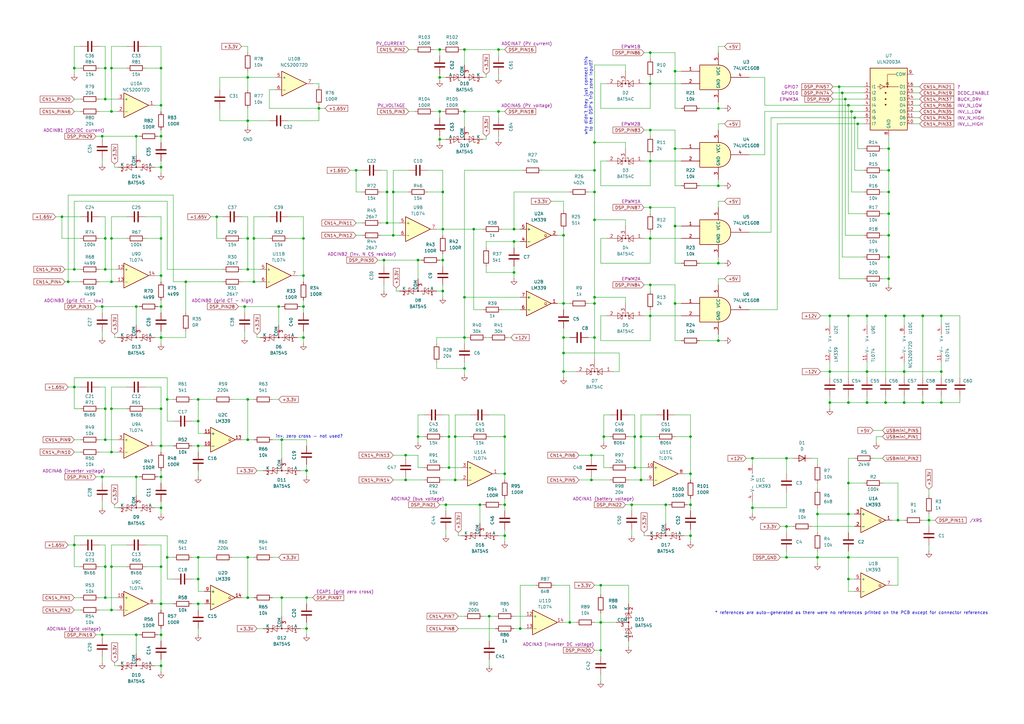
<source format=kicad_sch>
(kicad_sch (version 20250114) (generator "eeschema") (generator_version "9.0")
  (paper "A3")
  (title_block (title "Anern 10.2kW inverter - DSP board (1/2)") (date "2025-08-15") (comment 1 "Part of board no. 156-050133-00G"))
  (lib_symbols
    (symbol "74xGxx:74LVC1G08"
      (property "Reference" "U" (at -5.08 7.62 0))
      (property "Value" "74LVC1G08" (at 7.62 -7.62 0))
      (symbol "74LVC1G08_1_1"
        (pin input line (at -15.24 2.54 0) (length 7.62) (name "~") (number "1"))
        (pin input line (at -15.24 -2.54 0) (length 7.62) (name "~") (number "2"))
        (pin power_in line (at 0 10.16 270) (length 5.08) (name "VCC") (number "5"))
        (pin power_in line (at 0 -10.16 90) (length 5.08) (name "GND") (number "3"))
        (pin output line (at 12.7 0 180) (length 7.62) (name "~") (number "4"))
      )
    )
    (symbol "Amplifier_Operational:NCS20072D" (pin_names (offset 0.127))
      (property "Reference" "U" (at 2.54 6.35 0))
      (property "Value" "NCS20072D" (at 2.54 3.81 0))
      (symbol "NCS20072D_1_1"
        (pin input line (at -7.62 2.54 0) (length 2.54) (name "+") (number "3"))
        (pin input line (at -7.62 -2.54 0) (length 2.54) (name "-") (number "2"))
        (pin output line (at 7.62 0 180) (length 2.54) (name "~") (number "1"))
      )
      (symbol "NCS20072D_2_1"
        (pin input line (at -7.62 2.54 0) (length 2.54) (name "+") (number "5"))
        (pin input line (at -7.62 -2.54 0) (length 2.54) (name "-") (number "6"))
        (pin output line (at 7.62 0 180) (length 2.54) (name "~") (number "7"))
      )
      (symbol "NCS20072D_3_1"
        (pin power_in line (at 0 7.62 270) (length 3.81) (name "V+") (number "8"))
        (pin power_in line (at 0 -7.62 90) (length 3.81) (name "V-") (number "4"))
      )
    )
    (symbol "Amplifier_Operational:TL074" (pin_names (offset 0.127))
      (property "Reference" "U" (at 0 5.08 0))
      (property "Value" "TL074" (at 0 -5.08 0))
      (symbol "TL074_1_1"
        (pin input line (at -7.62 2.54 0) (length 2.54) (name "+") (number "3"))
        (pin input line (at -7.62 -2.54 0) (length 2.54) (name "-") (number "2"))
        (pin output line (at 7.62 0 180) (length 2.54) (name "~") (number "1"))
      )
      (symbol "TL074_2_1"
        (pin input line (at -7.62 2.54 0) (length 2.54) (name "+") (number "5"))
        (pin input line (at -7.62 -2.54 0) (length 2.54) (name "-") (number "6"))
        (pin output line (at 7.62 0 180) (length 2.54) (name "~") (number "7"))
      )
      (symbol "TL074_3_1"
        (pin input line (at -7.62 2.54 0) (length 2.54) (name "+") (number "10"))
        (pin input line (at -7.62 -2.54 0) (length 2.54) (name "-") (number "9"))
        (pin output line (at 7.62 0 180) (length 2.54) (name "~") (number "8"))
      )
      (symbol "TL074_4_1"
        (pin input line (at -7.62 2.54 0) (length 2.54) (name "+") (number "12"))
        (pin input line (at -7.62 -2.54 0) (length 2.54) (name "-") (number "13"))
        (pin output line (at 7.62 0 180) (length 2.54) (name "~") (number "14"))
      )
      (symbol "TL074_5_1"
        (pin power_in line (at -2.54 7.62 270) (length 3.81) (name "V+") (number "4"))
        (pin power_in line (at -2.54 -7.62 90) (length 3.81) (name "V-") (number "11"))
      )
    )
    (symbol "Comparator:LM339" (pin_names (offset 0.127))
      (property "Reference" "U" (at 0 5.08 0))
      (property "Value" "LM339" (at 0 -5.08 0))
      (symbol "LM339_1_1"
        (pin input line (at -7.62 2.54 0) (length 2.54) (name "+") (number "5"))
        (pin input line (at -7.62 -2.54 0) (length 2.54) (name "-") (number "4"))
        (pin open_collector line (at 7.62 0 180) (length 2.54) (name "~") (number "2"))
      )
      (symbol "LM339_2_1"
        (pin input line (at -7.62 2.54 0) (length 2.54) (name "+") (number "7"))
        (pin input line (at -7.62 -2.54 0) (length 2.54) (name "-") (number "6"))
        (pin open_collector line (at 7.62 0 180) (length 2.54) (name "~") (number "1"))
      )
      (symbol "LM339_3_1"
        (pin input line (at -7.62 2.54 0) (length 2.54) (name "+") (number "11"))
        (pin input line (at -7.62 -2.54 0) (length 2.54) (name "-") (number "10"))
        (pin open_collector line (at 7.62 0 180) (length 2.54) (name "~") (number "13"))
      )
      (symbol "LM339_4_1"
        (pin input line (at -7.62 2.54 0) (length 2.54) (name "+") (number "9"))
        (pin input line (at -7.62 -2.54 0) (length 2.54) (name "-") (number "8"))
        (pin open_collector line (at 7.62 0 180) (length 2.54) (name "~") (number "14"))
      )
      (symbol "LM339_5_1"
        (pin power_in line (at -2.54 7.62 270) (length 3.81) (name "V+") (number "3"))
        (pin power_in line (at -2.54 -7.62 90) (length 3.81) (name "V-") (number "12"))
      )
    )
    (symbol "Comparator:LM393" (pin_names (offset 0.127))
      (property "Reference" "U" (at 3.81 3.81 0))
      (property "Value" "LM393" (at 6.35 -3.81 0))
      (symbol "LM393_1_1"
        (pin input line (at -7.62 2.54 0) (length 2.54) (name "+") (number "3"))
        (pin input line (at -7.62 -2.54 0) (length 2.54) (name "-") (number "2"))
        (pin open_collector line (at 7.62 0 180) (length 2.54) (name "~") (number "1"))
      )
      (symbol "LM393_2_1"
        (pin input line (at -7.62 2.54 0) (length 2.54) (name "+") (number "5"))
        (pin input line (at -7.62 -2.54 0) (length 2.54) (name "-") (number "6"))
        (pin open_collector line (at 7.62 0 180) (length 2.54) (name "~") (number "7"))
      )
      (symbol "LM393_3_1"
        (pin power_in line (at -2.54 7.62 270) (length 3.81) (name "V+") (number "8"))
        (pin power_in line (at -2.54 -7.62 90) (length 3.81) (name "V-") (number "4"))
      )
    )
    (symbol "Device:C" (pin_numbers (hide yes)) (pin_names (offset 0.254))
      (property "Reference" "C" (at 0.635 2.54 0))
      (property "Value" "C" (at 0.635 -2.54 0))
      (symbol "C_1_1"
        (pin passive line (at 0 3.81 270) (length 2.794) (name "~") (number "1"))
        (pin passive line (at 0 -3.81 90) (length 2.794) (name "~") (number "2"))
      )
    )
    (symbol "Device:D" (pin_numbers (hide yes)) (pin_names (offset 1.016) (hide yes))
      (property "Reference" "D" (at 0 2.54 0))
      (property "Value" "D" (at 0 -2.54 0))
      (symbol "D_1_1"
        (pin passive line (at -3.81 0 0) (length 2.54) (name "K") (number "1"))
        (pin passive line (at 3.81 0 180) (length 2.54) (name "A") (number "2"))
      )
    )
    (symbol "Device:R" (pin_numbers (hide yes)) (pin_names (offset 0))
      (property "Reference" "R" (at 2.032 0 90))
      (property "Value" "R" (at 0 0 90))
      (symbol "R_1_1"
        (pin passive line (at 0 3.81 270) (length 1.27) (name "~") (number "1"))
        (pin passive line (at 0 -3.81 90) (length 1.27) (name "~") (number "2"))
      )
    )
    (symbol "Diode:BAT54C" (pin_names (offset 1.016))
      (property "Reference" "D" (at 0.635 -3.81 0))
      (property "Value" "BAT54C" (at -6.35 3.175 0))
      (symbol "BAT54C_1_1"
        (pin passive line (at -7.62 0 0) (length 3.81) (name "~") (number "1"))
        (pin passive line (at 0 -5.08 90) (length 5.08) (name "~") (number "3"))
        (pin passive line (at 7.62 0 180) (length 3.81) (name "~") (number "2"))
      )
    )
    (symbol "Diode:BAT54S" (pin_names (offset 0))
      (property "Reference" "D" (at 2.54 -5.08 0))
      (property "Value" "BAT54S" (at -6.35 3.175 0))
      (symbol "BAT54S_1_1"
        (pin passive line (at -7.62 0 0) (length 3.81) (name "A") (number "1"))
        (pin passive line (at 0 -5.08 90) (length 5.08) (name "COM") (number "3"))
        (pin passive line (at 7.62 0 180) (length 3.81) (name "K") (number "2"))
      )
    )
    (symbol "Transistor_Array:ULN2003A"
      (property "Reference" "U" (at 0 15.875 0))
      (property "Value" "ULN2003A" (at 0 13.97 0))
      (symbol "ULN2003A_1_1"
        (pin input line (at -10.16 5.08 0) (length 2.54) (name "I1") (number "1"))
        (pin input line (at -10.16 2.54 0) (length 2.54) (name "I2") (number "2"))
        (pin input line (at -10.16 0 0) (length 2.54) (name "I3") (number "3"))
        (pin input line (at -10.16 -2.54 0) (length 2.54) (name "I4") (number "4"))
        (pin input line (at -10.16 -5.08 0) (length 2.54) (name "I5") (number "5"))
        (pin input line (at -10.16 -7.62 0) (length 2.54) (name "I6") (number "6"))
        (pin input line (at -10.16 -10.16 0) (length 2.54) (name "I7") (number "7"))
        (pin power_in line (at 0 -15.24 90) (length 2.54) (name "GND") (number "8"))
        (pin passive line (at 10.16 10.16 180) (length 2.54) (name "COM") (number "9"))
        (pin open_collector line (at 10.16 5.08 180) (length 2.54) (name "O1") (number "16"))
        (pin open_collector line (at 10.16 2.54 180) (length 2.54) (name "O2") (number "15"))
        (pin open_collector line (at 10.16 0 180) (length 2.54) (name "O3") (number "14"))
        (pin open_collector line (at 10.16 -2.54 180) (length 2.54) (name "O4") (number "13"))
        (pin open_collector line (at 10.16 -5.08 180) (length 2.54) (name "O5") (number "12"))
        (pin open_collector line (at 10.16 -7.62 180) (length 2.54) (name "O6") (number "11"))
        (pin open_collector line (at 10.16 -10.16 180) (length 2.54) (name "O7") (number "10"))
      )
    )
    (symbol "power:GND" (power) (pin_numbers (hide yes)) (pin_names (offset 0) (hide yes))
      (property "Value" "GND" (at 0 -3.81 0))
      (symbol "GND_1_1"
        (pin power_in line (at 0 0 270) (length 0) (name "~") (number "1"))
      )
    )
  )
  (text "* references are auto-generated as there were no references printed on the PCB except for connector references" (at 349.25 251.46 0) (effects (font (size 1.27 1.27))))
  (text "inv. zero cross - not used?" (at 113.03 179.07 0) (effects (font (size 1.27 1.27)) (justify left)))
  (text "why didn't they just connect this\nto the DSP's trip zone input!?" (at 241.3 39.37 90) (effects (font (size 1.27 1.27))))
  (junction (at 181.61 119.38))
  (junction (at 347.98 228.6))
  (junction (at 190.5 151.13))
  (junction (at 43.18 167.64))
  (junction (at 340.36 165.1))
  (junction (at 276.86 92.71))
  (junction (at 194.31 93.98))
  (junction (at 355.6 152.4))
  (junction (at 364.49 78.74))
  (junction (at 294.64 76.2))
  (junction (at 308.61 187.96))
  (junction (at 231.14 124.46))
  (junction (at 378.46 129.54))
  (junction (at 345.44 38.1))
  (junction (at 146.05 69.85))
  (junction (at 386.08 129.54))
  (junction (at 231.14 144.78))
  (junction (at 283.21 219.71))
  (junction (at 259.08 207.01))
  (junction (at 386.08 165.1))
  (junction (at 88.9 88.9))
  (junction (at 55.88 260.35))
  (junction (at 115.57 180.34))
  (junction (at 101.6 228.6))
  (junction (at 181.61 93.98))
  (junction (at 161.29 96.52))
  (junction (at 66.04 125.73))
  (junction (at 30.48 27.94))
  (junction (at 370.84 165.1))
  (junction (at 196.85 207.01))
  (junction (at 347.98 165.1))
  (junction (at 262.89 179.07))
  (junction (at 81.28 237.49))
  (junction (at 347.98 43.18))
  (junction (at 30.48 223.52))
  (junction (at 247.65 179.07))
  (junction (at 66.04 260.35))
  (junction (at 355.6 165.1))
  (junction (at 180.34 45.72))
  (junction (at 66.04 195.58))
  (junction (at 386.08 152.4))
  (junction (at 363.22 165.1))
  (junction (at 322.58 228.6))
  (junction (at 66.04 247.65))
  (junction (at 347.98 237.49))
  (junction (at 340.36 152.4))
  (junction (at 43.18 27.94))
  (junction (at 276.86 60.96))
  (junction (at 243.84 58.42))
  (junction (at 347.98 210.82))
  (junction (at 101.6 163.83))
  (junction (at 364.49 114.3))
  (junction (at 101.6 180.34))
  (junction (at 363.22 129.54))
  (junction (at 66.04 113.03))
  (junction (at 101.6 245.11))
  (junction (at 210.82 93.98))
  (junction (at 207.01 219.71))
  (junction (at 246.38 240.03))
  (junction (at 68.58 228.6))
  (junction (at 294.64 107.95))
  (junction (at 368.3 213.36))
  (junction (at 125.73 245.11))
  (junction (at 322.58 215.9))
  (junction (at 294.64 44.45))
  (junction (at 340.36 129.54))
  (junction (at 43.18 180.34))
  (junction (at 273.05 207.01))
  (junction (at 124.46 138.43))
  (junction (at 81.28 247.65))
  (junction (at 242.57 186.69))
  (junction (at 41.91 195.58))
  (junction (at 66.04 27.94))
  (junction (at 124.46 97.79))
  (junction (at 378.46 165.1))
  (junction (at 76.2 115.57))
  (junction (at 266.7 97.79))
  (junction (at 335.28 228.6))
  (junction (at 370.84 129.54))
  (junction (at 101.6 31.75))
  (junction (at 104.14 115.57))
  (junction (at 66.04 167.64))
  (junction (at 349.25 45.72))
  (junction (at 43.18 245.11))
  (junction (at 213.36 257.81))
  (junction (at 27.94 115.57))
  (junction (at 104.14 97.79))
  (junction (at 184.15 191.77))
  (junction (at 43.18 110.49))
  (junction (at 101.6 97.79))
  (junction (at 45.72 250.19))
  (junction (at 243.84 138.43))
  (junction (at 186.69 196.85))
  (junction (at 243.84 124.46))
  (junction (at 207.01 194.31))
  (junction (at 344.17 35.56))
  (junction (at 266.7 53.34))
  (junction (at 233.68 255.27))
  (junction (at 66.04 182.88))
  (junction (at 30.48 158.75))
  (junction (at 130.81 44.45))
  (junction (at 243.84 78.74))
  (junction (at 190.5 20.32))
  (junction (at 351.79 50.8))
  (junction (at 41.91 55.88))
  (junction (at 335.28 210.82))
  (junction (at 243.84 69.85))
  (junction (at 100.33 125.73))
  (junction (at 190.5 121.92))
  (junction (at 124.46 125.73))
  (junction (at 66.04 43.18))
  (junction (at 180.34 20.32))
  (junction (at 322.58 187.96))
  (junction (at 166.37 186.69))
  (junction (at 200.66 252.73))
  (junction (at 45.72 185.42))
  (junction (at 276.86 124.46))
  (junction (at 266.7 85.09))
  (junction (at 45.72 45.72))
  (junction (at 81.28 182.88))
  (junction (at 283.21 194.31))
  (junction (at 207.01 207.01))
  (junction (at 114.3 125.73))
  (junction (at 381 213.36))
  (junction (at 66.04 232.41))
  (junction (at 350.52 48.26))
  (junction (at 347.98 198.12))
  (junction (at 81.28 172.72))
  (junction (at 184.15 179.07))
  (junction (at 370.84 152.4))
  (junction (at 157.48 106.68))
  (junction (at 190.5 45.72))
  (junction (at 124.46 113.03))
  (junction (at 364.49 105.41))
  (junction (at 171.45 179.07))
  (junction (at 43.18 40.64))
  (junction (at 81.28 163.83))
  (junction (at 355.6 129.54))
  (junction (at 207.01 179.07))
  (junction (at 45.72 232.41))
  (junction (at 43.18 97.79))
  (junction (at 364.49 60.96))
  (junction (at 125.73 193.04))
  (junction (at 246.38 255.27))
  (junction (at 364.49 96.52))
  (junction (at 364.49 87.63))
  (junction (at 171.45 106.68))
  (junction (at 166.37 196.85))
  (junction (at 55.88 195.58))
  (junction (at 260.35 191.77))
  (junction (at 204.47 20.32))
  (junction (at 243.84 121.92))
  (junction (at 66.04 97.79))
  (junction (at 283.21 207.01))
  (junction (at 186.69 179.07))
  (junction (at 283.21 179.07))
  (junction (at 101.6 49.53))
  (junction (at 181.61 78.74))
  (junction (at 346.71 40.64))
  (junction (at 41.91 260.35))
  (junction (at 45.72 97.79))
  (junction (at 308.61 208.28))
  (junction (at 210.82 99.06))
  (junction (at 55.88 125.73))
  (junction (at 242.57 196.85))
  (junction (at 125.73 257.81))
  (junction (at 45.72 115.57))
  (junction (at 243.84 90.17))
  (junction (at 66.04 138.43))
  (junction (at 180.34 57.15))
  (junction (at 158.75 91.44))
  (junction (at 210.82 111.76))
  (junction (at 101.6 110.49))
  (junction (at 266.7 21.59))
  (junction (at 294.64 139.7))
  (junction (at 204.47 45.72))
  (junction (at 81.28 228.6))
  (junction (at 266.7 116.84))
  (junction (at 43.18 232.41))
  (junction (at 66.04 55.88))
  (junction (at 231.14 152.4))
  (junction (at 231.14 138.43))
  (junction (at 266.7 66.04))
  (junction (at 45.72 27.94))
  (junction (at 66.04 68.58))
  (junction (at 180.34 31.75))
  (junction (at 45.72 167.64))
  (junction (at 158.75 78.74))
  (junction (at 276.86 29.21))
  (junction (at 266.7 129.54))
  (junction (at 262.89 196.85))
  (junction (at 66.04 273.05))
  (junction (at 266.7 34.29))
  (junction (at 260.35 179.07))
  (junction (at 41.91 125.73))
  (junction (at 182.88 207.01))
  (junction (at 30.48 110.49))
  (junction (at 181.61 106.68))
  (junction (at 55.88 55.88))
  (junction (at 161.29 78.74))
  (junction (at 66.04 208.28))
  (junction (at 115.57 245.11))
  (junction (at 246.38 266.7))
  (junction (at 25.4 88.9))
  (junction (at 190.5 138.43))
  (junction (at 347.98 129.54))
  (junction (at 364.49 69.85))
  (junction (at 231.14 96.52))
  (junction (at 68.58 163.83))
  (wire (pts (xy 205.74 127) (xy 213.36 127)))
  (wire (pts (xy 181.61 116.84) (xy 181.61 119.38)))
  (wire (pts (xy 283.21 217.17) (xy 283.21 219.71)))
  (wire (pts (xy 63.5 208.28) (xy 66.04 208.28)))
  (wire (pts (xy 105.41 257.81) (xy 107.95 257.81)))
  (wire (pts (xy 200.66 252.73) (xy 203.2 252.73)))
  (wire (pts (xy 276.86 85.09) (xy 266.7 85.09)))
  (wire (pts (xy 184.15 170.18) (xy 184.15 179.07)))
  (wire (pts (xy 41.91 195.58) (xy 41.91 198.12)))
  (wire (pts (xy 279.4 124.46) (xy 276.86 124.46)))
  (wire (pts (xy 248.92 129.54) (xy 246.38 129.54)))
  (wire (pts (xy 276.86 124.46) (xy 276.86 116.84)))
  (wire (pts (xy 207.01 219.71) (xy 207.01 222.25)))
  (wire (pts (xy 264.16 97.79) (xy 266.7 97.79)))
  (wire (pts (xy 40.64 19.05) (xy 43.18 19.05)))
  (wire (pts (xy 45.72 27.94) (xy 52.07 27.94)))
  (wire (pts (xy 204.47 219.71) (xy 207.01 219.71)))
  (wire (pts (xy 66.04 182.88) (xy 71.12 182.88)))
  (wire (pts (xy 30.48 40.64) (xy 33.02 40.64)))
  (wire (pts (xy 283.21 204.47) (xy 283.21 207.01)))
  (wire (pts (xy 207.01 179.07) (xy 207.01 194.31)))
  (wire (pts (xy 41.91 125.73) (xy 39.37 125.73)))
  (wire (pts (xy 179.07 93.98) (xy 181.61 93.98)))
  (wire (pts (xy 370.84 129.54) (xy 363.22 129.54)))
  (wire (pts (xy 247.65 191.77) (xy 250.19 191.77)))
  (wire (pts (xy 180.34 207.01) (xy 182.88 207.01)))
  (wire (pts (xy 250.19 170.18) (xy 247.65 170.18)))
  (wire (pts (xy 393.7 129.54) (xy 386.08 129.54)))
  (wire (pts (xy 256.54 26.67) (xy 243.84 26.67)))
  (wire (pts (xy 182.88 57.15) (xy 180.34 57.15)))
  (wire (pts (xy 198.12 252.73) (xy 200.66 252.73)))
  (wire (pts (xy 105.41 138.43) (xy 106.68 138.43)))
  (wire (pts (xy 27.94 223.52) (xy 30.48 223.52)))
  (wire (pts (xy 66.04 19.05) (xy 66.04 27.94)))
  (wire (pts (xy 146.05 91.44) (xy 148.59 91.44)))
  (wire (pts (xy 63.5 68.58) (xy 66.04 68.58)))
  (wire (pts (xy 110.49 44.45) (xy 130.81 44.45)))
  (wire (pts (xy 66.04 55.88) (xy 66.04 58.42)))
  (wire (pts (xy 340.36 167.64) (xy 340.36 165.1)))
  (wire (pts (xy 22.86 88.9) (xy 25.4 88.9)))
  (wire (pts (xy 179.07 119.38) (xy 181.61 119.38)))
  (wire (pts (xy 381 200.66) (xy 381 203.2)))
  (wire (pts (xy 370.84 165.1) (xy 363.22 165.1)))
  (wire (pts (xy 181.61 196.85) (xy 186.69 196.85)))
  (wire (pts (xy 43.18 245.11) (xy 48.26 245.11)))
  (wire (pts (xy 66.04 182.88) (xy 66.04 185.42)))
  (wire (pts (xy 66.04 27.94) (xy 66.04 43.18)))
  (wire (pts (xy 231.14 144.78) (xy 254 144.78)))
  (wire (pts (xy 101.6 49.53) (xy 101.6 52.07)))
  (wire (pts (xy 124.46 88.9) (xy 124.46 97.79)))
  (wire (pts (xy 52.07 19.05) (xy 45.72 19.05)))
  (wire (pts (xy 246.38 129.54) (xy 246.38 139.7)))
  (wire (pts (xy 41.91 260.35) (xy 55.88 260.35)))
  (wire (pts (xy 99.06 88.9) (xy 101.6 88.9)))
  (wire (pts (xy 66.04 247.65) (xy 66.04 250.19)))
  (wire (pts (xy 294.64 44.45) (xy 297.18 44.45)))
  (wire (pts (xy 340.36 165.1) (xy 340.36 162.56)))
  (wire (pts (xy 276.86 116.84) (xy 266.7 116.84)))
  (wire (pts (xy 40.64 40.64) (xy 43.18 40.64)))
  (wire (pts (xy 233.68 240.03) (xy 233.68 255.27)))
  (wire (pts (xy 63.5 182.88) (xy 66.04 182.88)))
  (wire (pts (xy 368.3 198.12) (xy 368.3 213.36)))
  (wire (pts (xy 199.39 109.22) (xy 199.39 111.76)))
  (wire (pts (xy 161.29 96.52) (xy 156.21 96.52)))
  (wire (pts (xy 370.84 148.59) (xy 370.84 152.4)))
  (wire (pts (xy 68.58 110.49) (xy 91.44 110.49)))
  (wire (pts (xy 276.86 179.07) (xy 283.21 179.07)))
  (wire (pts (xy 154.94 106.68) (xy 157.48 106.68)))
  (wire (pts (xy 171.45 106.68) (xy 171.45 114.3)))
  (wire (pts (xy 351.79 60.96) (xy 351.79 50.8)))
  (wire (pts (xy 246.38 276.86) (xy 246.38 279.4)))
  (wire (pts (xy 242.57 186.69) (xy 242.57 187.96)))
  (wire (pts (xy 341.63 35.56) (xy 344.17 35.56)))
  (wire (pts (xy 266.7 66.04) (xy 279.4 66.04)))
  (wire (pts (xy 347.98 43.18) (xy 354.33 43.18)))
  (wire (pts (xy 198.12 207.01) (xy 196.85 207.01)))
  (wire (pts (xy 280.67 194.31) (xy 283.21 194.31)))
  (wire (pts (xy 45.72 232.41) (xy 45.72 250.19)))
  (wire (pts (xy 200.66 252.73) (xy 200.66 262.89)))
  (wire (pts (xy 313.69 45.72) (xy 349.25 45.72)))
  (wire (pts (xy 179.07 140.97) (xy 179.07 138.43)))
  (wire (pts (xy 190.5 138.43) (xy 191.77 138.43)))
  (wire (pts (xy 364.49 55.88) (xy 364.49 60.96)))
  (wire (pts (xy 374.65 35.56) (xy 377.19 35.56)))
  (wire (pts (xy 33.02 158.75) (xy 30.48 158.75)))
  (wire (pts (xy 111.76 228.6) (xy 114.3 228.6)))
  (wire (pts (xy 158.75 78.74) (xy 158.75 91.44)))
  (wire (pts (xy 354.33 96.52) (xy 346.71 96.52)))
  (wire (pts (xy 186.69 170.18) (xy 186.69 179.07)))
  (wire (pts (xy 52.07 97.79) (xy 45.72 97.79)))
  (wire (pts (xy 55.88 195.58) (xy 55.88 203.2)))
  (wire (pts (xy 76.2 115.57) (xy 91.44 115.57)))
  (wire (pts (xy 257.81 196.85) (xy 262.89 196.85)))
  (wire (pts (xy 190.5 138.43) (xy 190.5 140.97)))
  (wire (pts (xy 283.21 207.01) (xy 283.21 209.55)))
  (wire (pts (xy 264.16 85.09) (xy 266.7 85.09)))
  (wire (pts (xy 228.6 124.46) (xy 231.14 124.46)))
  (wire (pts (xy 125.73 245.11) (xy 125.73 247.65)))
  (wire (pts (xy 66.04 273.05) (xy 66.04 275.59)))
  (wire (pts (xy 378.46 165.1) (xy 370.84 165.1)))
  (wire (pts (xy 381 210.82) (xy 381 213.36)))
  (wire (pts (xy 130.81 44.45) (xy 130.81 49.53)))
  (wire (pts (xy 105.41 137.16) (xy 105.41 138.43)))
  (wire (pts (xy 231.14 134.62) (xy 231.14 138.43)))
  (wire (pts (xy 260.35 191.77) (xy 265.43 191.77)))
  (wire (pts (xy 128.27 245.11) (xy 125.73 245.11)))
  (wire (pts (xy 30.48 45.72) (xy 33.02 45.72)))
  (wire (pts (xy 196.85 207.01) (xy 196.85 214.63)))
  (wire (pts (xy 59.69 167.64) (xy 66.04 167.64)))
  (wire (pts (xy 40.64 250.19) (xy 45.72 250.19)))
  (wire (pts (xy 40.64 45.72) (xy 45.72 45.72)))
  (wire (pts (xy 71.12 163.83) (xy 68.58 163.83)))
  (wire (pts (xy 363.22 162.56) (xy 363.22 165.1)))
  (wire (pts (xy 100.33 125.73) (xy 114.3 125.73)))
  (wire (pts (xy 361.95 179.07) (xy 359.41 179.07)))
  (wire (pts (xy 181.61 93.98) (xy 181.61 96.52)))
  (wire (pts (xy 364.49 60.96) (xy 364.49 69.85)))
  (wire (pts (xy 347.98 129.54) (xy 347.98 154.94)))
  (wire (pts (xy 233.68 255.27) (xy 236.22 255.27)))
  (wire (pts (xy 294.64 76.2) (xy 297.18 76.2)))
  (wire (pts (xy 81.28 247.65) (xy 81.28 250.19)))
  (wire (pts (xy 81.28 247.65) (xy 83.82 247.65)))
  (wire (pts (xy 161.29 186.69) (xy 166.37 186.69)))
  (wire (pts (xy 279.4 107.95) (xy 276.86 107.95)))
  (wire (pts (xy 66.04 123.19) (xy 66.04 125.73)))
  (wire (pts (xy 340.36 129.54) (xy 340.36 133.35)))
  (wire (pts (xy 276.86 29.21) (xy 276.86 21.59)))
  (wire (pts (xy 66.04 260.35) (xy 66.04 262.89)))
  (wire (pts (xy 370.84 133.35) (xy 370.84 129.54)))
  (wire (pts (xy 199.39 101.6) (xy 199.39 99.06)))
  (wire (pts (xy 187.96 252.73) (xy 190.5 252.73)))
  (wire (pts (xy 43.18 180.34) (xy 48.26 180.34)))
  (wire (pts (xy 125.73 180.34) (xy 125.73 182.88)))
  (wire (pts (xy 78.74 163.83) (xy 81.28 163.83)))
  (wire (pts (xy 374.65 40.64) (xy 377.19 40.64)))
  (wire (pts (xy 344.17 114.3) (xy 344.17 35.56)))
  (wire (pts (xy 40.64 232.41) (xy 43.18 232.41)))
  (wire (pts (xy 66.04 88.9) (xy 66.04 97.79)))
  (wire (pts (xy 180.34 30.48) (xy 180.34 31.75)))
  (wire (pts (xy 81.28 172.72) (xy 81.28 177.8)))
  (wire (pts (xy 175.26 69.85) (xy 181.61 69.85)))
  (wire (pts (xy 308.61 205.74) (xy 308.61 208.28)))
  (wire (pts (xy 146.05 69.85) (xy 146.05 78.74)))
  (wire (pts (xy 81.28 163.83) (xy 81.28 172.72)))
  (wire (pts (xy 63.5 273.05) (xy 66.04 273.05)))
  (wire (pts (xy 177.8 20.32) (xy 180.34 20.32)))
  (wire (pts (xy 374.65 50.8) (xy 377.19 50.8)))
  (wire (pts (xy 181.61 20.32) (xy 180.34 20.32)))
  (wire (pts (xy 287.02 107.95) (xy 294.64 107.95)))
  (wire (pts (xy 194.31 127) (xy 198.12 127)))
  (wire (pts (xy 59.69 97.79) (xy 66.04 97.79)))
  (wire (pts (xy 114.3 125.73) (xy 114.3 133.35)))
  (wire (pts (xy 307.34 127) (xy 318.77 127)))
  (wire (pts (xy 204.47 20.32) (xy 190.5 20.32)))
  (wire (pts (xy 256.54 124.46) (xy 256.54 121.92)))
  (wire (pts (xy 124.46 97.79) (xy 124.46 113.03)))
  (wire (pts (xy 101.6 245.11) (xy 99.06 245.11)))
  (wire (pts (xy 45.72 232.41) (xy 52.07 232.41)))
  (wire (pts (xy 43.18 110.49) (xy 48.26 110.49)))
  (wire (pts (xy 355.6 162.56) (xy 355.6 165.1)))
  (wire (pts (xy 345.44 105.41) (xy 345.44 38.1)))
  (wire (pts (xy 248.92 97.79) (xy 246.38 97.79)))
  (wire (pts (xy 124.46 135.89) (xy 124.46 138.43)))
  (wire (pts (xy 95.25 228.6) (xy 101.6 228.6)))
  (wire (pts (xy 226.06 82.55) (xy 231.14 82.55)))
  (wire (pts (xy 57.15 125.73) (xy 55.88 125.73)))
  (wire (pts (xy 335.28 228.6) (xy 347.98 228.6)))
  (wire (pts (xy 180.34 20.32) (xy 180.34 22.86)))
  (wire (pts (xy 199.39 30.48) (xy 199.39 31.75)))
  (wire (pts (xy 231.14 93.98) (xy 231.14 96.52)))
  (wire (pts (xy 66.04 138.43) (xy 66.04 140.97)))
  (wire (pts (xy 27.94 158.75) (xy 30.48 158.75)))
  (wire (pts (xy 181.61 45.72) (xy 180.34 45.72)))
  (wire (pts (xy 124.46 138.43) (xy 124.46 140.97)))
  (wire (pts (xy 101.6 228.6) (xy 104.14 228.6)))
  (wire (pts (xy 322.58 226.06) (xy 322.58 228.6)))
  (wire (pts (xy 45.72 19.05) (xy 45.72 27.94)))
  (wire (pts (xy 190.5 45.72) (xy 190.5 52.07)))
  (wire (pts (xy 266.7 31.75) (xy 266.7 34.29)))
  (wire (pts (xy 115.57 245.11) (xy 125.73 245.11)))
  (wire (pts (xy 279.4 76.2) (xy 276.86 76.2)))
  (wire (pts (xy 45.72 223.52) (xy 45.72 232.41)))
  (wire (pts (xy 59.69 27.94) (xy 66.04 27.94)))
  (wire (pts (xy 347.98 165.1) (xy 340.36 165.1)))
  (wire (pts (xy 341.63 38.1) (xy 345.44 38.1)))
  (wire (pts (xy 30.48 167.64) (xy 33.02 167.64)))
  (wire (pts (xy 363.22 129.54) (xy 363.22 154.94)))
  (wire (pts (xy 361.95 87.63) (xy 364.49 87.63)))
  (wire (pts (xy 335.28 228.6) (xy 335.28 231.14)))
  (wire (pts (xy 167.64 69.85) (xy 161.29 69.85)))
  (wire (pts (xy 181.61 170.18) (xy 184.15 170.18)))
  (wire (pts (xy 340.36 152.4) (xy 336.55 152.4)))
  (wire (pts (xy 125.73 190.5) (xy 125.73 193.04)))
  (wire (pts (xy 287.02 44.45) (xy 294.64 44.45)))
  (wire (pts (xy 124.46 123.19) (xy 124.46 125.73)))
  (wire (pts (xy 124.46 113.03) (xy 124.46 115.57)))
  (wire (pts (xy 40.64 115.57) (xy 45.72 115.57)))
  (wire (pts (xy 100.33 125.73) (xy 97.79 125.73)))
  (wire (pts (xy 130.81 49.53) (xy 118.11 49.53)))
  (wire (pts (xy 123.19 193.04) (xy 125.73 193.04)))
  (wire (pts (xy 335.28 210.82) (xy 347.98 210.82)))
  (wire (pts (xy 186.69 179.07) (xy 186.69 196.85)))
  (wire (pts (xy 161.29 196.85) (xy 166.37 196.85)))
  (wire (pts (xy 156.21 69.85) (xy 158.75 69.85)))
  (wire (pts (xy 231.14 124.46) (xy 231.14 127)))
  (wire (pts (xy 335.28 187.96) (xy 335.28 190.5)))
  (wire (pts (xy 210.82 99.06) (xy 210.82 101.6)))
  (wire (pts (xy 101.6 180.34) (xy 99.06 180.34)))
  (wire (pts (xy 294.64 139.7) (xy 297.18 139.7)))
  (wire (pts (xy 180.34 55.88) (xy 180.34 57.15)))
  (wire (pts (xy 266.7 34.29) (xy 279.4 34.29)))
  (wire (pts (xy 370.84 152.4) (xy 355.6 152.4)))
  (wire (pts (xy 257.81 247.65) (xy 257.81 240.03)))
  (wire (pts (xy 374.65 45.72) (xy 377.19 45.72)))
  (wire (pts (xy 316.23 95.25) (xy 316.23 48.26)))
  (wire (pts (xy 104.14 115.57) (xy 106.68 115.57)))
  (wire (pts (xy 370.84 152.4) (xy 370.84 154.94)))
  (wire (pts (xy 276.86 53.34) (xy 266.7 53.34)))
  (wire (pts (xy 363.22 129.54) (xy 355.6 129.54)))
  (wire (pts (xy 110.49 49.53) (xy 101.6 49.53)))
  (wire (pts (xy 115.57 180.34) (xy 115.57 187.96)))
  (wire (pts (xy 46.99 273.05) (xy 48.26 273.05)))
  (wire (pts (xy 59.69 88.9) (xy 66.04 88.9)))
  (wire (pts (xy 273.05 207.01) (xy 273.05 214.63)))
  (wire (pts (xy 386.08 152.4) (xy 386.08 154.94)))
  (wire (pts (xy 100.33 135.89) (xy 100.33 138.43)))
  (wire (pts (xy 279.4 29.21) (xy 276.86 29.21)))
  (wire (pts (xy 101.6 245.11) (xy 104.14 245.11)))
  (wire (pts (xy 111.76 245.11) (xy 115.57 245.11)))
  (wire (pts (xy 247.65 186.69) (xy 247.65 191.77)))
  (wire (pts (xy 190.5 151.13) (xy 190.5 153.67)))
  (wire (pts (xy 365.76 240.03) (xy 368.3 240.03)))
  (wire (pts (xy 46.99 68.58) (xy 48.26 68.58)))
  (wire (pts (xy 66.04 208.28) (xy 66.04 210.82)))
  (wire (pts (xy 325.12 215.9) (xy 322.58 215.9)))
  (wire (pts (xy 243.84 69.85) (xy 243.84 78.74)))
  (wire (pts (xy 41.91 195.58) (xy 55.88 195.58)))
  (wire (pts (xy 347.98 162.56) (xy 347.98 165.1)))
  (wire (pts (xy 279.4 44.45) (xy 276.86 44.45)))
  (wire (pts (xy 210.82 78.74) (xy 210.82 93.98)))
  (wire (pts (xy 246.38 255.27) (xy 246.38 266.7)))
  (wire (pts (xy 354.33 69.85) (xy 350.52 69.85)))
  (wire (pts (xy 198.12 93.98) (xy 194.31 93.98)))
  (wire (pts (xy 246.38 240.03) (xy 246.38 243.84)))
  (wire (pts (xy 350.52 242.57) (xy 347.98 242.57)))
  (wire (pts (xy 313.69 43.18) (xy 313.69 31.75)))
  (wire (pts (xy 68.58 237.49) (xy 71.12 237.49)))
  (wire (pts (xy 219.71 240.03) (xy 213.36 240.03)))
  (wire (pts (xy 227.33 240.03) (xy 233.68 240.03)))
  (wire (pts (xy 57.15 195.58) (xy 55.88 195.58)))
  (wire (pts (xy 204.47 30.48) (xy 204.47 31.75)))
  (wire (pts (xy 101.6 31.75) (xy 113.03 31.75)))
  (wire (pts (xy 346.71 96.52) (xy 346.71 40.64)))
  (wire (pts (xy 262.89 179.07) (xy 262.89 196.85)))
  (wire (pts (xy 204.47 20.32) (xy 204.47 22.86)))
  (wire (pts (xy 66.04 205.74) (xy 66.04 208.28)))
  (wire (pts (xy 189.23 45.72) (xy 190.5 45.72)))
  (wire (pts (xy 200.66 270.51) (xy 200.66 273.05)))
  (wire (pts (xy 101.6 97.79) (xy 101.6 110.49)))
  (wire (pts (xy 210.82 252.73) (xy 215.9 252.73)))
  (wire (pts (xy 246.38 266.7) (xy 246.38 269.24)))
  (wire (pts (xy 294.64 19.05) (xy 294.64 21.59)))
  (wire (pts (xy 124.46 113.03) (xy 121.92 113.03)))
  (wire (pts (xy 146.05 78.74) (xy 148.59 78.74)))
  (wire (pts (xy 283.21 219.71) (xy 283.21 222.25)))
  (wire (pts (xy 87.63 228.6) (xy 81.28 228.6)))
  (wire (pts (xy 386.08 165.1) (xy 378.46 165.1)))
  (wire (pts (xy 233.68 78.74) (xy 210.82 78.74)))
  (wire (pts (xy 313.69 63.5) (xy 313.69 45.72)))
  (wire (pts (xy 351.79 50.8) (xy 354.33 50.8)))
  (wire (pts (xy 264.16 218.44) (xy 264.16 219.71)))
  (wire (pts (xy 363.22 165.1) (xy 355.6 165.1)))
  (wire (pts (xy 364.49 69.85) (xy 364.49 78.74)))
  (wire (pts (xy 179.07 148.59) (xy 179.07 151.13)))
  (wire (pts (xy 110.49 97.79) (xy 104.14 97.79)))
  (wire (pts (xy 101.6 29.21) (xy 101.6 31.75)))
  (wire (pts (xy 259.08 207.01) (xy 259.08 209.55)))
  (wire (pts (xy 287.02 139.7) (xy 294.64 139.7)))
  (wire (pts (xy 30.48 250.19) (xy 33.02 250.19)))
  (wire (pts (xy 259.08 217.17) (xy 259.08 219.71)))
  (wire (pts (xy 41.91 125.73) (xy 41.91 128.27)))
  (wire (pts (xy 355.6 152.4) (xy 355.6 154.94)))
  (wire (pts (xy 66.04 247.65) (xy 71.12 247.65)))
  (wire (pts (xy 346.71 40.64) (xy 354.33 40.64)))
  (wire (pts (xy 214.63 69.85) (xy 190.5 69.85)))
  (wire (pts (xy 355.6 148.59) (xy 355.6 152.4)))
  (wire (pts (xy 90.17 49.53) (xy 101.6 49.53)))
  (wire (pts (xy 30.48 232.41) (xy 33.02 232.41)))
  (wire (pts (xy 207.01 194.31) (xy 207.01 196.85)))
  (wire (pts (xy 101.6 36.83) (xy 101.6 31.75)))
  (wire (pts (xy 247.65 179.07) (xy 250.19 179.07)))
  (wire (pts (xy 231.14 138.43) (xy 231.14 144.78)))
  (wire (pts (xy 179.07 138.43) (xy 190.5 138.43)))
  (wire (pts (xy 242.57 195.58) (xy 242.57 196.85)))
  (wire (pts (xy 40.64 158.75) (xy 43.18 158.75)))
  (wire (pts (xy 358.14 176.53) (xy 361.95 176.53)))
  (wire (pts (xy 66.04 43.18) (xy 66.04 45.72)))
  (wire (pts (xy 266.7 21.59) (xy 266.7 24.13)))
  (wire (pts (xy 182.88 217.17) (xy 182.88 219.71)))
  (wire (pts (xy 256.54 207.01) (xy 259.08 207.01)))
  (wire (pts (xy 157.48 106.68) (xy 171.45 106.68)))
  (wire (pts (xy 66.04 195.58) (xy 66.04 198.12)))
  (wire (pts (xy 40.64 27.94) (xy 43.18 27.94)))
  (wire (pts (xy 156.21 78.74) (xy 158.75 78.74)))
  (wire (pts (xy 86.36 88.9) (xy 88.9 88.9)))
  (wire (pts (xy 281.94 207.01) (xy 283.21 207.01)))
  (wire (pts (xy 40.64 223.52) (xy 43.18 223.52)))
  (wire (pts (xy 68.58 228.6) (xy 71.12 228.6)))
  (wire (pts (xy 266.7 97.79) (xy 279.4 97.79)))
  (wire (pts (xy 81.28 193.04) (xy 81.28 195.58)))
  (wire (pts (xy 231.14 96.52) (xy 231.14 124.46)))
  (wire (pts (xy 247.65 179.07) (xy 247.65 181.61)))
  (wire (pts (xy 59.69 19.05) (xy 66.04 19.05)))
  (wire (pts (xy 181.61 106.68) (xy 181.61 109.22)))
  (wire (pts (xy 27.94 115.57) (xy 33.02 115.57)))
  (wire (pts (xy 68.58 172.72) (xy 71.12 172.72)))
  (wire (pts (xy 243.84 90.17) (xy 243.84 121.92)))
  (wire (pts (xy 264.16 34.29) (xy 266.7 34.29)))
  (wire (pts (xy 306.07 187.96) (xy 308.61 187.96)))
  (wire (pts (xy 213.36 257.81) (xy 215.9 257.81)))
  (wire (pts (xy 386.08 133.35) (xy 386.08 129.54)))
  (wire (pts (xy 204.47 194.31) (xy 207.01 194.31)))
  (wire (pts (xy 156.21 91.44) (xy 158.75 91.44)))
  (wire (pts (xy 368.3 213.36) (xy 370.84 213.36)))
  (wire (pts (xy 30.48 110.49) (xy 33.02 110.49)))
  (wire (pts (xy 257.81 170.18) (xy 260.35 170.18)))
  (wire (pts (xy 167.64 45.72) (xy 170.18 45.72)))
  (wire (pts (xy 46.99 208.28) (xy 48.26 208.28)))
  (wire (pts (xy 125.73 193.04) (xy 125.73 195.58)))
  (wire (pts (xy 213.36 240.03) (xy 213.36 257.81)))
  (wire (pts (xy 276.86 92.71) (xy 276.86 85.09)))
  (wire (pts (xy 276.86 60.96) (xy 276.86 53.34)))
  (wire (pts (xy 78.74 237.49) (xy 81.28 237.49)))
  (wire (pts (xy 297.18 82.55) (xy 294.64 82.55)))
  (wire (pts (xy 262.89 179.07) (xy 269.24 179.07)))
  (wire (pts (xy 364.49 105.41) (xy 364.49 114.3)))
  (wire (pts (xy 256.54 121.92) (xy 243.84 121.92)))
  (wire (pts (xy 294.64 137.16) (xy 294.64 139.7)))
  (wire (pts (xy 347.98 228.6) (xy 347.98 237.49)))
  (wire (pts (xy 297.18 19.05) (xy 294.64 19.05)))
  (wire (pts (xy 205.74 207.01) (xy 207.01 207.01)))
  (wire (pts (xy 157.48 116.84) (xy 157.48 119.38)))
  (wire (pts (xy 110.49 88.9) (xy 104.14 88.9)))
  (wire (pts (xy 246.38 76.2) (xy 266.7 76.2)))
  (wire (pts (xy 264.16 21.59) (xy 266.7 21.59)))
  (wire (pts (xy 189.23 20.32) (xy 190.5 20.32)))
  (wire (pts (xy 27.94 115.57) (xy 27.94 80.01)))
  (wire (pts (xy 283.21 170.18) (xy 283.21 179.07)))
  (wire (pts (xy 204.47 45.72) (xy 190.5 45.72)))
  (wire (pts (xy 210.82 109.22) (xy 210.82 111.76)))
  (wire (pts (xy 26.67 110.49) (xy 30.48 110.49)))
  (wire (pts (xy 313.69 43.18) (xy 347.98 43.18)))
  (wire (pts (xy 171.45 186.69) (xy 171.45 191.77)))
  (wire (pts (xy 30.48 223.52) (xy 30.48 219.71)))
  (wire (pts (xy 171.45 179.07) (xy 173.99 179.07)))
  (wire (pts (xy 81.28 228.6) (xy 81.28 237.49)))
  (wire (pts (xy 347.98 237.49) (xy 347.98 242.57)))
  (wire (pts (xy 359.41 179.07) (xy 359.41 181.61)))
  (wire (pts (xy 246.38 34.29) (xy 246.38 44.45)))
  (wire (pts (xy 27.94 80.01) (xy 71.12 80.01)))
  (wire (pts (xy 90.17 44.45) (xy 90.17 49.53)))
  (wire (pts (xy 78.74 172.72) (xy 81.28 172.72)))
  (wire (pts (xy 81.28 257.81) (xy 81.28 260.35)))
  (wire (pts (xy 66.04 113.03) (xy 66.04 115.57)))
  (wire (pts (xy 88.9 88.9) (xy 88.9 97.79)))
  (wire (pts (xy 318.77 127) (xy 318.77 50.8)))
  (wire (pts (xy 90.17 31.75) (xy 101.6 31.75)))
  (wire (pts (xy 194.31 93.98) (xy 194.31 127)))
  (wire (pts (xy 374.65 43.18) (xy 377.19 43.18)))
  (wire (pts (xy 246.38 66.04) (xy 246.38 76.2)))
  (wire (pts (xy 335.28 226.06) (xy 335.28 228.6)))
  (wire (pts (xy 68.58 163.83) (xy 68.58 172.72)))
  (wire (pts (xy 99.06 19.05) (xy 101.6 19.05)))
  (wire (pts (xy 308.61 187.96) (xy 308.61 190.5)))
  (wire (pts (xy 264.16 219.71) (xy 265.43 219.71)))
  (wire (pts (xy 374.65 48.26) (xy 377.19 48.26)))
  (wire (pts (xy 167.64 20.32) (xy 170.18 20.32)))
  (wire (pts (xy 59.69 223.52) (xy 66.04 223.52)))
  (wire (pts (xy 307.34 63.5) (xy 313.69 63.5)))
  (wire (pts (xy 190.5 69.85) (xy 190.5 121.92)))
  (wire (pts (xy 364.49 116.84) (xy 364.49 114.3)))
  (wire (pts (xy 264.16 66.04) (xy 266.7 66.04)))
  (wire (pts (xy 123.19 257.81) (xy 125.73 257.81)))
  (wire (pts (xy 266.7 129.54) (xy 266.7 139.7)))
  (wire (pts (xy 361.95 105.41) (xy 364.49 105.41)))
  (wire (pts (xy 283.21 194.31) (xy 283.21 196.85)))
  (wire (pts (xy 207.01 170.18) (xy 207.01 179.07)))
  (wire (pts (xy 146.05 96.52) (xy 148.59 96.52)))
  (wire (pts (xy 76.2 138.43) (xy 66.04 138.43)))
  (wire (pts (xy 233.68 255.27) (xy 231.14 255.27)))
  (wire (pts (xy 40.64 97.79) (xy 43.18 97.79)))
  (wire (pts (xy 33.02 27.94) (xy 30.48 27.94)))
  (wire (pts (xy 378.46 129.54) (xy 370.84 129.54)))
  (wire (pts (xy 283.21 179.07) (xy 283.21 194.31)))
  (wire (pts (xy 269.24 170.18) (xy 262.89 170.18)))
  (wire (pts (xy 243.84 124.46) (xy 241.3 124.46)))
  (wire (pts (xy 30.48 154.94) (xy 68.58 154.94)))
  (wire (pts (xy 347.98 226.06) (xy 347.98 228.6)))
  (wire (pts (xy 243.84 255.27) (xy 246.38 255.27)))
  (wire (pts (xy 190.5 121.92) (xy 213.36 121.92)))
  (wire (pts (xy 207.01 207.01) (xy 207.01 209.55)))
  (wire (pts (xy 110.49 36.83) (xy 113.03 36.83)))
  (wire (pts (xy 322.58 187.96) (xy 322.58 194.31)))
  (wire (pts (xy 276.86 44.45) (xy 276.86 29.21)))
  (wire (pts (xy 81.28 242.57) (xy 83.82 242.57)))
  (wire (pts (xy 320.04 215.9) (xy 322.58 215.9)))
  (wire (pts (xy 43.18 158.75) (xy 43.18 167.64)))
  (wire (pts (xy 344.17 35.56) (xy 354.33 35.56)))
  (wire (pts (xy 332.74 215.9) (xy 350.52 215.9)))
  (wire (pts (xy 143.51 69.85) (xy 146.05 69.85)))
  (wire (pts (xy 125.73 255.27) (xy 125.73 257.81)))
  (wire (pts (xy 276.86 76.2) (xy 276.86 60.96)))
  (wire (pts (xy 210.82 111.76) (xy 210.82 114.3)))
  (wire (pts (xy 177.8 45.72) (xy 180.34 45.72)))
  (wire (pts (xy 361.95 69.85) (xy 364.49 69.85)))
  (wire (pts (xy 182.88 207.01) (xy 182.88 209.55)))
  (wire (pts (xy 248.92 34.29) (xy 246.38 34.29)))
  (wire (pts (xy 45.72 45.72) (xy 48.26 45.72)))
  (wire (pts (xy 30.48 219.71) (xy 68.58 219.71)))
  (wire (pts (xy 246.38 266.7) (xy 243.84 266.7)))
  (wire (pts (xy 207.01 204.47) (xy 207.01 207.01)))
  (wire (pts (xy 186.69 179.07) (xy 193.04 179.07)))
  (wire (pts (xy 101.6 88.9) (xy 101.6 97.79)))
  (wire (pts (xy 256.54 90.17) (xy 243.84 90.17)))
  (wire (pts (xy 63.5 247.65) (xy 66.04 247.65)))
  (wire (pts (xy 182.88 207.01) (xy 196.85 207.01)))
  (wire (pts (xy 125.73 257.81) (xy 125.73 260.35)))
  (wire (pts (xy 78.74 228.6) (xy 81.28 228.6)))
  (wire (pts (xy 204.47 55.88) (xy 204.47 57.15)))
  (wire (pts (xy 45.72 167.64) (xy 52.07 167.64)))
  (wire (pts (xy 30.48 82.55) (xy 68.58 82.55)))
  (wire (pts (xy 204.47 45.72) (xy 204.47 48.26)))
  (wire (pts (xy 181.61 69.85) (xy 181.61 78.74)))
  (wire (pts (xy 81.28 177.8) (xy 83.82 177.8)))
  (wire (pts (xy 41.91 125.73) (xy 55.88 125.73)))
  (wire (pts (xy 158.75 69.85) (xy 158.75 78.74)))
  (wire (pts (xy 322.58 215.9) (xy 322.58 218.44)))
  (wire (pts (xy 350.52 237.49) (xy 347.98 237.49)))
  (wire (pts (xy 308.61 208.28) (xy 308.61 210.82)))
  (wire (pts (xy 76.2 135.89) (xy 76.2 138.43)))
  (wire (pts (xy 276.86 139.7) (xy 276.86 124.46)))
  (wire (pts (xy 228.6 96.52) (xy 231.14 96.52)))
  (wire (pts (xy 266.7 85.09) (xy 266.7 87.63)))
  (wire (pts (xy 354.33 114.3) (xy 344.17 114.3)))
  (wire (pts (xy 71.12 115.57) (xy 76.2 115.57)))
  (wire (pts (xy 294.64 50.8) (xy 294.64 53.34)))
  (wire (pts (xy 68.58 154.94) (xy 68.58 163.83)))
  (wire (pts (xy 231.14 152.4) (xy 236.22 152.4)))
  (wire (pts (xy 243.84 240.03) (xy 246.38 240.03)))
  (wire (pts (xy 335.28 198.12) (xy 335.28 200.66)))
  (wire (pts (xy 128.27 34.29) (xy 130.81 34.29)))
  (wire (pts (xy 105.41 193.04) (xy 107.95 193.04)))
  (wire (pts (xy 187.96 219.71) (xy 189.23 219.71)))
  (wire (pts (xy 26.67 115.57) (xy 27.94 115.57)))
  (wire (pts (xy 378.46 162.56) (xy 378.46 165.1)))
  (wire (pts (xy 361.95 60.96) (xy 364.49 60.96)))
  (wire (pts (xy 276.86 21.59) (xy 266.7 21.59)))
  (wire (pts (xy 276.86 170.18) (xy 283.21 170.18)))
  (wire (pts (xy 45.72 115.57) (xy 48.26 115.57)))
  (wire (pts (xy 316.23 48.26) (xy 350.52 48.26)))
  (wire (pts (xy 66.04 135.89) (xy 66.04 138.43)))
  (wire (pts (xy 43.18 88.9) (xy 43.18 97.79)))
  (wire (pts (xy 350.52 69.85) (xy 350.52 48.26)))
  (wire (pts (xy 25.4 97.79) (xy 33.02 97.79)))
  (wire (pts (xy 101.6 110.49) (xy 106.68 110.49)))
  (wire (pts (xy 99.06 110.49) (xy 101.6 110.49)))
  (wire (pts (xy 180.34 106.68) (xy 181.61 106.68)))
  (wire (pts (xy 358.14 187.96) (xy 361.95 187.96)))
  (wire (pts (xy 43.18 223.52) (xy 43.18 232.41)))
  (wire (pts (xy 181.61 78.74) (xy 181.61 93.98)))
  (wire (pts (xy 393.7 154.94) (xy 393.7 129.54)))
  (wire (pts (xy 55.88 55.88) (xy 55.88 63.5)))
  (wire (pts (xy 43.18 167.64) (xy 43.18 180.34)))
  (wire (pts (xy 101.6 163.83) (xy 101.6 180.34)))
  (wire (pts (xy 322.58 201.93) (xy 322.58 208.28)))
  (wire (pts (xy 386.08 162.56) (xy 386.08 165.1)))
  (wire (pts (xy 332.74 187.96) (xy 335.28 187.96)))
  (wire (pts (xy 257.81 262.89) (xy 257.81 265.43)))
  (wire (pts (xy 264.16 116.84) (xy 266.7 116.84)))
  (wire (pts (xy 294.64 105.41) (xy 294.64 107.95)))
  (wire (pts (xy 256.54 58.42) (xy 243.84 58.42)))
  (wire (pts (xy 66.04 125.73) (xy 66.04 128.27)))
  (wire (pts (xy 256.54 29.21) (xy 256.54 26.67)))
  (wire (pts (xy 262.89 196.85) (xy 265.43 196.85)))
  (wire (pts (xy 364.49 87.63) (xy 364.49 96.52)))
  (wire (pts (xy 243.84 26.67) (xy 243.84 58.42)))
  (wire (pts (xy 52.07 223.52) (xy 45.72 223.52)))
  (wire (pts (xy 266.7 66.04) (xy 266.7 76.2)))
  (wire (pts (xy 297.18 114.3) (xy 294.64 114.3)))
  (wire (pts (xy 231.14 152.4) (xy 231.14 154.94)))
  (wire (pts (xy 259.08 207.01) (xy 273.05 207.01)))
  (wire (pts (xy 378.46 213.36) (xy 381 213.36)))
  (wire (pts (xy 43.18 19.05) (xy 43.18 27.94)))
  (wire (pts (xy 90.17 36.83) (xy 90.17 31.75)))
  (wire (pts (xy 101.6 44.45) (xy 101.6 49.53)))
  (wire (pts (xy 322.58 228.6) (xy 335.28 228.6)))
  (wire (pts (xy 199.39 31.75) (xy 198.12 31.75)))
  (wire (pts (xy 246.38 251.46) (xy 246.38 255.27)))
  (wire (pts (xy 361.95 96.52) (xy 364.49 96.52)))
  (wire (pts (xy 171.45 191.77) (xy 173.99 191.77)))
  (wire (pts (xy 46.99 67.31) (xy 46.99 68.58)))
  (wire (pts (xy 242.57 186.69) (xy 247.65 186.69)))
  (wire (pts (xy 111.76 180.34) (xy 115.57 180.34)))
  (wire (pts (xy 30.48 158.75) (xy 30.48 154.94)))
  (wire (pts (xy 274.32 207.01) (xy 273.05 207.01)))
  (wire (pts (xy 181.61 104.14) (xy 181.61 106.68)))
  (wire (pts (xy 364.49 78.74) (xy 364.49 87.63)))
  (wire (pts (xy 130.81 34.29) (xy 130.81 35.56)))
  (wire (pts (xy 78.74 247.65) (xy 81.28 247.65)))
  (wire (pts (xy 264.16 129.54) (xy 266.7 129.54)))
  (wire (pts (xy 205.74 93.98) (xy 210.82 93.98)))
  (wire (pts (xy 81.28 182.88) (xy 81.28 185.42)))
  (wire (pts (xy 166.37 186.69) (xy 171.45 186.69)))
  (wire (pts (xy 66.04 113.03) (xy 63.5 113.03)))
  (wire (pts (xy 88.9 97.79) (xy 91.44 97.79)))
  (wire (pts (xy 87.63 163.83) (xy 81.28 163.83)))
  (wire (pts (xy 166.37 195.58) (xy 166.37 196.85)))
  (wire (pts (xy 162.56 119.38) (xy 163.83 119.38)))
  (wire (pts (xy 320.04 228.6) (xy 322.58 228.6)))
  (wire (pts (xy 246.38 107.95) (xy 266.7 107.95)))
  (wire (pts (xy 347.98 129.54) (xy 340.36 129.54)))
  (wire (pts (xy 66.04 97.79) (xy 66.04 113.03)))
  (wire (pts (xy 257.81 179.07) (xy 260.35 179.07)))
  (wire (pts (xy 386.08 148.59) (xy 386.08 152.4)))
  (wire (pts (xy 297.18 50.8) (xy 294.64 50.8)))
  (wire (pts (xy 148.59 69.85) (xy 146.05 69.85)))
  (wire (pts (xy 260.35 170.18) (xy 260.35 179.07)))
  (wire (pts (xy 66.04 167.64) (xy 66.04 182.88)))
  (wire (pts (xy 355.6 133.35) (xy 355.6 129.54)))
  (wire (pts (xy 243.84 78.74) (xy 243.84 90.17)))
  (wire (pts (xy 231.14 82.55) (xy 231.14 86.36)))
  (wire (pts (xy 45.72 27.94) (xy 45.72 45.72)))
  (wire (pts (xy 246.38 97.79) (xy 246.38 107.95)))
  (wire (pts (xy 64.77 260.35) (xy 66.04 260.35)))
  (wire (pts (xy 64.77 125.73) (xy 66.04 125.73)))
  (wire (pts (xy 374.65 38.1) (xy 377.19 38.1)))
  (wire (pts (xy 381 223.52) (xy 381 226.06)))
  (wire (pts (xy 241.3 78.74) (xy 243.84 78.74)))
  (wire (pts (xy 158.75 91.44) (xy 163.83 91.44)))
  (wire (pts (xy 266.7 129.54) (xy 279.4 129.54)))
  (wire (pts (xy 347.98 187.96) (xy 347.98 198.12)))
  (wire (pts (xy 199.39 99.06) (xy 210.82 99.06)))
  (wire (pts (xy 161.29 96.52) (xy 163.83 96.52)))
  (wire (pts (xy 30.48 245.11) (xy 33.02 245.11)))
  (wire (pts (xy 45.72 97.79) (xy 45.72 115.57)))
  (wire (pts (xy 294.64 82.55) (xy 294.64 85.09)))
  (wire (pts (xy 266.7 116.84) (xy 266.7 119.38)))
  (wire (pts (xy 313.69 31.75) (xy 307.34 31.75)))
  (wire (pts (xy 294.64 107.95) (xy 297.18 107.95)))
  (wire (pts (xy 280.67 219.71) (xy 283.21 219.71)))
  (wire (pts (xy 63.5 43.18) (xy 66.04 43.18)))
  (wire (pts (xy 340.36 152.4) (xy 340.36 154.94)))
  (wire (pts (xy 256.54 92.71) (xy 256.54 90.17)))
  (wire (pts (xy 266.7 95.25) (xy 266.7 97.79)))
  (wire (pts (xy 370.84 162.56) (xy 370.84 165.1)))
  (wire (pts (xy 361.95 78.74) (xy 364.49 78.74)))
  (wire (pts (xy 45.72 167.64) (xy 45.72 185.42)))
  (wire (pts (xy 41.91 269.24) (xy 41.91 271.78)))
  (wire (pts (xy 46.99 207.01) (xy 46.99 208.28)))
  (wire (pts (xy 254 152.4) (xy 254 144.78)))
  (wire (pts (xy 115.57 180.34) (xy 125.73 180.34)))
  (wire (pts (xy 66.04 158.75) (xy 66.04 167.64)))
  (wire (pts (xy 349.25 45.72) (xy 354.33 45.72)))
  (wire (pts (xy 68.58 82.55) (xy 68.58 110.49)))
  (wire (pts (xy 199.39 111.76) (xy 210.82 111.76)))
  (wire (pts (xy 184.15 191.77) (xy 189.23 191.77)))
  (wire (pts (xy 345.44 38.1) (xy 354.33 38.1)))
  (wire (pts (xy 242.57 196.85) (xy 250.19 196.85)))
  (wire (pts (xy 354.33 105.41) (xy 345.44 105.41)))
  (wire (pts (xy 279.4 92.71) (xy 276.86 92.71)))
  (wire (pts (xy 41.91 205.74) (xy 41.91 208.28)))
  (wire (pts (xy 40.64 167.64) (xy 43.18 167.64)))
  (wire (pts (xy 104.14 97.79) (xy 104.14 115.57)))
  (wire (pts (xy 39.37 55.88) (xy 41.91 55.88)))
  (wire (pts (xy 45.72 185.42) (xy 48.26 185.42)))
  (wire (pts (xy 57.15 55.88) (xy 55.88 55.88)))
  (wire (pts (xy 99.06 115.57) (xy 104.14 115.57)))
  (wire (pts (xy 45.72 158.75) (xy 45.72 167.64)))
  (wire (pts (xy 237.49 186.69) (xy 242.57 186.69)))
  (wire (pts (xy 365.76 213.36) (xy 368.3 213.36)))
  (wire (pts (xy 190.5 121.92) (xy 190.5 138.43)))
  (wire (pts (xy 231.14 138.43) (xy 233.68 138.43)))
  (wire (pts (xy 55.88 260.35) (xy 55.88 267.97)))
  (wire (pts (xy 347.98 210.82) (xy 347.98 218.44)))
  (wire (pts (xy 266.7 34.29) (xy 266.7 44.45)))
  (wire (pts (xy 104.14 180.34) (xy 101.6 180.34)))
  (wire (pts (xy 33.02 19.05) (xy 30.48 19.05)))
  (wire (pts (xy 45.72 88.9) (xy 45.72 97.79)))
  (wire (pts (xy 243.84 138.43) (xy 243.84 147.32)))
  (wire (pts (xy 246.38 44.45) (xy 266.7 44.45)))
  (wire (pts (xy 171.45 170.18) (xy 171.45 179.07)))
  (wire (pts (xy 68.58 228.6) (xy 68.58 237.49)))
  (wire (pts (xy 340.36 148.59) (xy 340.36 152.4)))
  (wire (pts (xy 349.25 78.74) (xy 349.25 45.72)))
  (wire (pts (xy 355.6 152.4) (xy 340.36 152.4)))
  (wire (pts (xy 279.4 139.7) (xy 276.86 139.7)))
  (wire (pts (xy 393.7 162.56) (xy 393.7 165.1)))
  (wire (pts (xy 101.6 19.05) (xy 101.6 21.59)))
  (wire (pts (xy 386.08 129.54) (xy 378.46 129.54)))
  (wire (pts (xy 347.98 187.96) (xy 350.52 187.96)))
  (wire (pts (xy 381 213.36) (xy 383.54 213.36)))
  (wire (pts (xy 101.6 163.83) (xy 104.14 163.83)))
  (wire (pts (xy 199.39 55.88) (xy 199.39 57.15)))
  (wire (pts (xy 180.34 45.72) (xy 180.34 48.26)))
  (wire (pts (xy 200.66 170.18) (xy 207.01 170.18)))
  (wire (pts (xy 121.92 138.43) (xy 124.46 138.43)))
  (wire (pts (xy 266.7 127) (xy 266.7 129.54)))
  (wire (pts (xy 157.48 106.68) (xy 157.48 109.22)))
  (wire (pts (xy 123.19 125.73) (xy 124.46 125.73)))
  (wire (pts (xy 222.25 69.85) (xy 243.84 69.85)))
  (wire (pts (xy 257.81 240.03) (xy 246.38 240.03)))
  (wire (pts (xy 179.07 151.13) (xy 190.5 151.13)))
  (wire (pts (xy 78.74 182.88) (xy 81.28 182.88)))
  (wire (pts (xy 257.81 191.77) (xy 260.35 191.77)))
  (wire (pts (xy 52.07 88.9) (xy 45.72 88.9)))
  (wire (pts (xy 246.38 139.7) (xy 266.7 139.7)))
  (wire (pts (xy 162.56 118.11) (xy 162.56 119.38)))
  (wire (pts (xy 41.91 135.89) (xy 41.91 138.43)))
  (wire (pts (xy 161.29 78.74) (xy 167.64 78.74)))
  (wire (pts (xy 266.7 53.34) (xy 266.7 55.88)))
  (wire (pts (xy 341.63 40.64) (xy 346.71 40.64)))
  (wire (pts (xy 354.33 87.63) (xy 347.98 87.63)))
  (wire (pts (xy 40.64 245.11) (xy 43.18 245.11)))
  (wire (pts (xy 41.91 55.88) (xy 55.88 55.88)))
  (wire (pts (xy 262.89 170.18) (xy 262.89 179.07)))
  (wire (pts (xy 279.4 60.96) (xy 276.86 60.96)))
  (wire (pts (xy 322.58 208.28) (xy 308.61 208.28)))
  (wire (pts (xy 368.3 228.6) (xy 347.98 228.6)))
  (wire (pts (xy 393.7 165.1) (xy 386.08 165.1)))
  (wire (pts (xy 247.65 170.18) (xy 247.65 179.07)))
  (wire (pts (xy 180.34 31.75) (xy 180.34 33.02)))
  (wire (pts (xy 40.64 110.49) (xy 43.18 110.49)))
  (wire (pts (xy 57.15 260.35) (xy 55.88 260.35)))
  (wire (pts (xy 30.48 158.75) (xy 30.48 167.64)))
  (wire (pts (xy 118.11 97.79) (xy 124.46 97.79)))
  (wire (pts (xy 30.48 223.52) (xy 30.48 232.41)))
  (wire (pts (xy 40.64 185.42) (xy 45.72 185.42)))
  (wire (pts (xy 184.15 179.07) (xy 184.15 191.77)))
  (wire (pts (xy 294.64 114.3) (xy 294.64 116.84)))
  (wire (pts (xy 30.48 110.49) (xy 30.48 82.55)))
  (wire (pts (xy 33.02 88.9) (xy 25.4 88.9)))
  (wire (pts (xy 59.69 158.75) (xy 66.04 158.75)))
  (wire (pts (xy 66.04 193.04) (xy 66.04 195.58)))
  (wire (pts (xy 347.98 87.63) (xy 347.98 43.18)))
  (wire (pts (xy 243.84 124.46) (xy 243.84 121.92)))
  (wire (pts (xy 43.18 27.94) (xy 43.18 40.64)))
  (wire (pts (xy 66.04 232.41) (xy 66.04 247.65)))
  (wire (pts (xy 210.82 93.98) (xy 213.36 93.98)))
  (wire (pts (xy 200.66 179.07) (xy 207.01 179.07)))
  (wire (pts (xy 193.04 170.18) (xy 186.69 170.18)))
  (wire (pts (xy 45.72 250.19) (xy 48.26 250.19)))
  (wire (pts (xy 213.36 99.06) (xy 210.82 99.06)))
  (wire (pts (xy 190.5 148.59) (xy 190.5 151.13)))
  (wire (pts (xy 66.04 270.51) (xy 66.04 273.05)))
  (wire (pts (xy 173.99 170.18) (xy 171.45 170.18)))
  (wire (pts (xy 161.29 69.85) (xy 161.29 78.74)))
  (wire (pts (xy 181.61 119.38) (xy 181.61 121.92)))
  (wire (pts (xy 55.88 125.73) (xy 55.88 133.35)))
  (wire (pts (xy 347.98 210.82) (xy 350.52 210.82)))
  (wire (pts (xy 350.52 48.26) (xy 354.33 48.26)))
  (wire (pts (xy 66.04 53.34) (xy 66.04 55.88)))
  (wire (pts (xy 186.69 196.85) (xy 189.23 196.85)))
  (wire (pts (xy 30.48 185.42) (xy 33.02 185.42)))
  (wire (pts (xy 246.38 255.27) (xy 252.73 255.27)))
  (wire (pts (xy 43.18 232.41) (xy 43.18 245.11)))
  (wire (pts (xy 243.84 58.42) (xy 243.84 69.85)))
  (wire (pts (xy 39.37 260.35) (xy 41.91 260.35)))
  (wire (pts (xy 181.61 93.98) (xy 194.31 93.98)))
  (wire (pts (xy 115.57 245.11) (xy 115.57 252.73)))
  (wire (pts (xy 251.46 152.4) (xy 254 152.4)))
  (wire (pts (xy 231.14 124.46) (xy 233.68 124.46)))
  (wire (pts (xy 124.46 125.73) (xy 124.46 128.27)))
  (wire (pts (xy 276.86 107.95) (xy 276.86 92.71)))
  (wire (pts (xy 190.5 20.32) (xy 190.5 26.67)))
  (wire (pts (xy 386.08 152.4) (xy 370.84 152.4)))
  (wire (pts (xy 41.91 260.35) (xy 41.91 261.62)))
  (wire (pts (xy 210.82 257.81) (xy 213.36 257.81)))
  (wire (pts (xy 287.02 76.2) (xy 294.64 76.2)))
  (wire (pts (xy 99.06 97.79) (xy 101.6 97.79)))
  (wire (pts (xy 378.46 129.54) (xy 378.46 154.94)))
  (wire (pts (xy 199.39 57.15) (xy 198.12 57.15)))
  (wire (pts (xy 110.49 36.83) (xy 110.49 44.45)))
  (wire (pts (xy 40.64 88.9) (xy 43.18 88.9)))
  (wire (pts (xy 161.29 78.74) (xy 161.29 96.52)))
  (wire (pts (xy 100.33 125.73) (xy 100.33 128.27)))
  (wire (pts (xy 322.58 187.96) (xy 325.12 187.96)))
  (wire (pts (xy 46.99 271.78) (xy 46.99 273.05)))
  (wire (pts (xy 368.3 240.03) (xy 368.3 228.6)))
  (wire (pts (xy 104.14 88.9) (xy 104.14 97.79)))
  (wire (pts (xy 355.6 129.54) (xy 347.98 129.54)))
  (wire (pts (xy 101.6 228.6) (xy 101.6 245.11)))
  (wire (pts (xy 130.81 44.45) (xy 133.35 44.45)))
  (wire (pts (xy 30.48 180.34) (xy 33.02 180.34)))
  (wire (pts (xy 43.18 97.79) (xy 43.18 110.49)))
  (wire (pts (xy 30.48 27.94) (xy 30.48 30.48)))
  (wire (pts (xy 335.28 210.82) (xy 335.28 218.44)))
  (wire (pts (xy 260.35 179.07) (xy 260.35 191.77)))
  (wire (pts (xy 354.33 60.96) (xy 351.79 60.96)))
  (wire (pts (xy 354.33 78.74) (xy 349.25 78.74)))
  (wire (pts (xy 81.28 237.49) (xy 81.28 242.57)))
  (wire (pts (xy 30.48 19.05) (xy 30.48 27.94)))
  (wire (pts (xy 237.49 196.85) (xy 242.57 196.85)))
  (wire (pts (xy 266.7 97.79) (xy 266.7 107.95)))
  (wire (pts (xy 307.34 95.25) (xy 316.23 95.25)))
  (wire (pts (xy 46.99 138.43) (xy 48.26 138.43)))
  (wire (pts (xy 59.69 232.41) (xy 66.04 232.41)))
  (wire (pts (xy 46.99 137.16) (xy 46.99 138.43)))
  (wire (pts (xy 166.37 196.85) (xy 173.99 196.85)))
  (wire (pts (xy 71.12 80.01) (xy 71.12 115.57)))
  (wire (pts (xy 354.33 198.12) (xy 347.98 198.12)))
  (wire (pts (xy 64.77 195.58) (xy 66.04 195.58)))
  (wire (pts (xy 33.02 223.52) (xy 30.48 223.52)))
  (wire (pts (xy 207.01 217.17) (xy 207.01 219.71)))
  (wire (pts (xy 318.77 50.8) (xy 351.79 50.8)))
  (wire (pts (xy 41.91 64.77) (xy 41.91 67.31)))
  (wire (pts (xy 115.57 125.73) (xy 114.3 125.73)))
  (wire (pts (xy 248.92 66.04) (xy 246.38 66.04)))
  (wire (pts (xy 294.64 41.91) (xy 294.64 44.45)))
  (wire (pts (xy 187.96 218.44) (xy 187.96 219.71)))
  (wire (pts (xy 81.28 182.88) (xy 83.82 182.88)))
  (wire (pts (xy 308.61 187.96) (xy 322.58 187.96)))
  (wire (pts (xy 64.77 55.88) (xy 66.04 55.88)))
  (wire (pts (xy 361.95 198.12) (xy 368.3 198.12)))
  (wire (pts (xy 52.07 158.75) (xy 45.72 158.75)))
  (wire (pts (xy 43.18 40.64) (xy 48.26 40.64)))
  (wire (pts (xy 294.64 73.66) (xy 294.64 76.2)))
  (wire (pts (xy 187.96 257.81) (xy 203.2 257.81)))
  (wire (pts (xy 266.7 63.5) (xy 266.7 66.04)))
  (wire (pts (xy 172.72 106.68) (xy 171.45 106.68)))
  (wire (pts (xy 208.28 138.43) (xy 209.55 138.43)))
  (wire (pts (xy 364.49 96.52) (xy 364.49 105.41)))
  (wire (pts (xy 199.39 138.43) (xy 200.66 138.43)))
  (wire (pts (xy 207.01 45.72) (xy 204.47 45.72)))
  (wire (pts (xy 335.28 208.28) (xy 335.28 210.82)))
  (wire (pts (xy 76.2 115.57) (xy 76.2 128.27)))
  (wire (pts (xy 166.37 186.69) (xy 166.37 187.96)))
  (wire (pts (xy 180.34 57.15) (xy 180.34 58.42)))
  (wire (pts (xy 40.64 180.34) (xy 43.18 180.34)))
  (wire (pts (xy 66.04 66.04) (xy 66.04 68.58)))
  (wire (pts (xy 63.5 138.43) (xy 66.04 138.43)))
  (wire (pts (xy 381 213.36) (xy 381 215.9)))
  (wire (pts (xy 256.54 60.96) (xy 256.54 58.42)))
  (wire (pts (xy 91.44 88.9) (xy 88.9 88.9)))
  (wire (pts (xy 355.6 165.1) (xy 347.98 165.1)))
  (wire (pts (xy 207.01 20.32) (xy 204.47 20.32)))
  (wire (pts (xy 336.55 129.54) (xy 340.36 129.54)))
  (wire (pts (xy 111.76 163.83) (xy 114.3 163.83)))
  (wire (pts (xy 175.26 78.74) (xy 181.61 78.74)))
  (wire (pts (xy 171.45 179.07) (xy 171.45 181.61)))
  (wire (pts (xy 264.16 53.34) (xy 266.7 53.34)))
  (wire (pts (xy 68.58 219.71) (xy 68.58 228.6)))
  (wire (pts (xy 231.14 144.78) (xy 231.14 152.4)))
  (wire (pts (xy 181.61 191.77) (xy 184.15 191.77)))
  (wire (pts (xy 241.3 138.43) (xy 243.84 138.43)))
  (wire (pts (xy 243.84 124.46) (xy 243.84 138.43)))
  (wire (pts (xy 66.04 223.52) (xy 66.04 232.41)))
  (wire (pts (xy 130.81 43.18) (xy 130.81 44.45)))
  (wire (pts (xy 41.91 55.88) (xy 41.91 57.15)))
  (wire (pts (xy 182.88 31.75) (xy 180.34 31.75)))
  (wire (pts (xy 66.04 257.81) (xy 66.04 260.35)))
  (wire (pts (xy 39.37 195.58) (xy 41.91 195.58)))
  (wire (pts (xy 361.95 114.3) (xy 364.49 114.3)))
  (wire (pts (xy 118.11 88.9) (xy 124.46 88.9)))
  (wire (pts (xy 95.25 163.83) (xy 101.6 163.83)))
  (wire (pts (xy 181.61 179.07) (xy 184.15 179.07)))
  (wire (pts (xy 25.4 88.9) (xy 25.4 97.79)))
  (wire (pts (xy 347.98 198.12) (xy 347.98 210.82)))
  (wire (pts (xy 66.04 68.58) (xy 66.04 71.12)))
  (global_label "DSP_PIN19" (shape input) (at 39.37 260.35 180) (property "Intersheetrefs" "${INTERSHEET_REFS}" (effects (hide yes))) (property "func" "ADCINA4 (grid voltage)" (at 31.75 257.81 0)))
  (global_label "+1.65V" (shape input) (at 133.35 44.45 0) (property "Intersheetrefs" "${INTERSHEET_REFS}" (effects (hide yes))))
  (global_label "+3.3V" (shape input) (at 46.99 67.31 90) (property "Intersheetrefs" "${INTERSHEET_REFS}" (effects (hide yes))))
  (global_label "CN14_PIN14" (shape input) (at 161.29 196.85 180) (property "Intersheetrefs" "${INTERSHEET_REFS}" (effects (hide yes))))
  (global_label "CN14_PIN46" (shape input) (at 30.48 45.72 180) (property "Intersheetrefs" "${INTERSHEET_REFS}" (effects (hide yes))))
  (global_label "+3.3V" (shape input) (at 46.99 137.16 90) (property "Intersheetrefs" "${INTERSHEET_REFS}" (effects (hide yes))))
  (global_label "+5V" (shape input) (at 297.18 114.3 0) (property "Intersheetrefs" "${INTERSHEET_REFS}" (effects (hide yes))))
  (global_label "-12V" (shape input) (at 336.55 152.4 180) (property "Intersheetrefs" "${INTERSHEET_REFS}" (effects (hide yes))))
  (global_label "+1.65V" (shape input) (at 86.36 88.9 180) (property "Intersheetrefs" "${INTERSHEET_REFS}" (effects (hide yes))))
  (global_label "CN14_PIN3" (shape input) (at 26.67 110.49 180) (property "Intersheetrefs" "${INTERSHEET_REFS}" (effects (hide yes))))
  (global_label "DSP_PIN18" (shape input) (at 207.01 45.72 0) (property "Intersheetrefs" "${INTERSHEET_REFS}" (effects (hide yes))) (property "func" "ADCINA5 (PV voltage)" (at 214.63 43.18 0)))
  (global_label "+12V" (shape input) (at 336.55 129.54 180) (property "Intersheetrefs" "${INTERSHEET_REFS}" (effects (hide yes))))
  (global_label "CN14_PIN33" (shape input) (at 377.19 50.8 0) (property "Intersheetrefs" "${INTERSHEET_REFS}" (effects (hide yes))) (property "func" "INV_L_HIGH" (at 391.16 50.8 0) (effects (justify left))))
  (global_label "+1.65V" (shape input) (at 27.94 158.75 180) (property "Intersheetrefs" "${INTERSHEET_REFS}" (effects (hide yes))))
  (global_label "DSP_PIN29" (shape input) (at 39.37 55.88 180) (property "Intersheetrefs" "${INTERSHEET_REFS}" (effects (hide yes))) (property "func" "ADCINB1 (DC/DC current)" (at 31.75 53.34 0)))
  (global_label "CN14_PIN36" (shape input) (at 377.19 43.18 0) (property "Intersheetrefs" "${INTERSHEET_REFS}" (effects (hide yes))) (property "func" "INV_N_LOW" (at 391.16 43.18 0) (effects (justify left))))
  (global_label "DSP_PIN20" (shape input) (at 243.84 266.7 180) (property "Intersheetrefs" "${INTERSHEET_REFS}" (effects (hide yes))) (property "func" "ADCINA3 (inverter DC voltage)" (at 245.11 264.16 0) (effects (justify right))))
  (global_label "+3.3V" (shape input) (at 105.41 257.81 180) (property "Intersheetrefs" "${INTERSHEET_REFS}" (effects (hide yes))))
  (global_label "CN14_PIN5" (shape input) (at 237.49 196.85 180) (property "Intersheetrefs" "${INTERSHEET_REFS}" (effects (hide yes))))
  (global_label "DSP_PIN74" (shape input) (at 341.63 38.1 180) (property "Intersheetrefs" "${INTERSHEET_REFS}" (effects (hide yes))) (property "func" "GPIO10" (at 328.93 38.1 0) (effects (justify right))))
  (global_label "+3.3V" (shape input) (at 226.06 82.55 180) (property "Intersheetrefs" "${INTERSHEET_REFS}" (effects (hide yes))))
  (global_label "CN14_PIN37" (shape input) (at 377.19 40.64 0) (property "Intersheetrefs" "${INTERSHEET_REFS}" (effects (hide yes))) (property "func" "BUCK_DRV" (at 391.16 40.64 0) (effects (justify left))))
  (global_label "CN14_PIN34" (shape input) (at 377.19 48.26 0) (property "Intersheetrefs" "${INTERSHEET_REFS}" (effects (hide yes))) (property "func" "INV_L_LOW" (at 391.16 45.72 0) (effects (justify left))))
  (global_label "+3.3V" (shape input) (at 46.99 207.01 90) (property "Intersheetrefs" "${INTERSHEET_REFS}" (effects (hide yes))))
  (global_label "USBmini_PIN2" (shape input) (at 361.95 187.96 0) (property "Intersheetrefs" "${INTERSHEET_REFS}" (effects (hide yes))))
  (global_label "+1.65V" (shape input) (at 143.51 69.85 180) (property "Intersheetrefs" "${INTERSHEET_REFS}" (effects (hide yes))))
  (global_label "CN14_PIN7" (shape input) (at 187.96 252.73 180) (property "Intersheetrefs" "${INTERSHEET_REFS}" (effects (hide yes))))
  (global_label "DSP_PIN16" (shape input) (at 207.01 20.32 0) (property "Intersheetrefs" "${INTERSHEET_REFS}" (effects (hide yes))) (property "func" "ADCINA7 (PV current)" (at 214.63 17.78 0)))
  (global_label "CN14_PIN10" (shape input) (at 30.48 185.42 180) (property "Intersheetrefs" "${INTERSHEET_REFS}" (effects (hide yes))))
  (global_label "DSP_PIN21" (shape input) (at 180.34 207.01 180) (property "Intersheetrefs" "${INTERSHEET_REFS}" (effects (hide yes))) (property "func" "ADCINA2 (bus voltage)" (at 172.72 204.47 0)))
  (global_label "DSP_GND" (shape input) (at 320.04 228.6 180) (property "Intersheetrefs" "${INTERSHEET_REFS}" (effects (hide yes))))
  (global_label "+3.3V" (shape input) (at 162.56 118.11 90) (property "Intersheetrefs" "${INTERSHEET_REFS}" (effects (hide yes))))
  (global_label "DSP_PIN28" (shape input) (at 97.79 125.73 180) (property "Intersheetrefs" "${INTERSHEET_REFS}" (effects (hide yes))) (property "func" "ADCINB0 (grid CT - high)" (at 92.71 123.19 0)))
  (global_label "DSP_PIN83" (shape input) (at 264.16 53.34 180) (property "Intersheetrefs" "${INTERSHEET_REFS}" (effects (hide yes))) (property "func" "EPWM2B" (at 264.16 50.8 0) (effects (justify right))))
  (global_label "CN14_PIN13" (shape input) (at 161.29 186.69 180) (property "Intersheetrefs" "${INTERSHEET_REFS}" (effects (hide yes))))
  (global_label "CN14_PIN8" (shape input) (at 187.96 257.81 180) (property "Intersheetrefs" "${INTERSHEET_REFS}" (effects (hide yes))))
  (global_label "+3.3V" (shape input) (at 114.3 163.83 0) (property "Intersheetrefs" "${INTERSHEET_REFS}" (effects (hide yes))))
  (global_label "+3.3V" (shape input) (at 381 200.66 90) (property "Intersheetrefs" "${INTERSHEET_REFS}" (effects (hide yes))))
  (global_label "CN14_PIN9" (shape input) (at 30.48 180.34 180) (property "Intersheetrefs" "${INTERSHEET_REFS}" (effects (hide yes))))
  (global_label "DSP_PIN86" (shape input) (at 264.16 21.59 180) (property "Intersheetrefs" "${INTERSHEET_REFS}" (effects (hide yes))) (property "func" "EPWM1B" (at 264.16 19.05 0) (effects (justify right))))
  (global_label "CN14_PIN4" (shape input) (at 26.67 115.57 180) (property "Intersheetrefs" "${INTERSHEET_REFS}" (effects (hide yes))))
  (global_label "+5V" (shape input) (at 358.14 176.53 180) (property "Intersheetrefs" "${INTERSHEET_REFS}" (effects (hide yes))))
  (global_label "DSP_PIN17" (shape input) (at 39.37 195.58 180) (property "Intersheetrefs" "${INTERSHEET_REFS}" (effects (hide yes))) (property "func" "ADCINA6 (inverter voltage)" (at 31.75 193.04 0)))
  (global_label "+1.65V" (shape input) (at 22.86 88.9 180) (property "Intersheetrefs" "${INTERSHEET_REFS}" (effects (hide yes))))
  (global_label "+3.3V" (shape input) (at 264.16 218.44 90) (property "Intersheetrefs" "${INTERSHEET_REFS}" (effects (hide yes))))
  (global_label "DSP_PIN22" (shape input) (at 256.54 207.01 180) (property "Intersheetrefs" "${INTERSHEET_REFS}" (effects (hide yes))) (property "func" "ADCINA1 (battery voltage)" (at 248.92 204.47 0)))
  (global_label "+5V" (shape input) (at 297.18 50.8 0) (property "Intersheetrefs" "${INTERSHEET_REFS}" (effects (hide yes))))
  (global_label "USBmini_PIN1" (shape input) (at 361.95 179.07 0) (property "Intersheetrefs" "${INTERSHEET_REFS}" (effects (hide yes))))
  (global_label "+5V" (shape input) (at 297.18 19.05 0) (property "Intersheetrefs" "${INTERSHEET_REFS}" (effects (hide yes))))
  (global_label "CN14_PIN11" (shape input) (at 146.05 91.44 180) (property "Intersheetrefs" "${INTERSHEET_REFS}" (effects (hide yes))))
  (global_label "+3.3V" (shape input) (at 46.99 271.78 90) (property "Intersheetrefs" "${INTERSHEET_REFS}" (effects (hide yes))))
  (global_label "+3.3V" (shape input) (at 320.04 215.9 180) (property "Intersheetrefs" "${INTERSHEET_REFS}" (effects (hide yes))))
  (global_label "DSP_PIN57" (shape input) (at 341.63 35.56 180) (property "Intersheetrefs" "${INTERSHEET_REFS}" (effects (hide yes))) (property "func" "GPIO7" (at 328.93 35.56 0) (effects (justify right))))
  (global_label "DSP_PIN31" (shape input) (at 39.37 125.73 180) (property "Intersheetrefs" "${INTERSHEET_REFS}" (effects (hide yes))) (property "func" "ADCINB3 (grid CT - low)" (at 31.75 123.19 0)))
  (global_label "+1.65V" (shape input) (at 27.94 223.52 180) (property "Intersheetrefs" "${INTERSHEET_REFS}" (effects (hide yes))))
  (global_label "+3.3V" (shape input) (at 114.3 228.6 0) (property "Intersheetrefs" "${INTERSHEET_REFS}" (effects (hide yes))))
  (global_label "+3.3V" (shape input) (at 187.96 218.44 90) (property "Intersheetrefs" "${INTERSHEET_REFS}" (effects (hide yes))))
  (global_label "+3.3V" (shape input) (at 243.84 240.03 180) (property "Intersheetrefs" "${INTERSHEET_REFS}" (effects (hide yes))))
  (global_label "CN14_PIN19" (shape input) (at 377.19 38.1 0) (property "Intersheetrefs" "${INTERSHEET_REFS}" (effects (hide yes))) (property "func" "DCDC_ENABLE" (at 391.16 38.1 0) (effects (justify left))))
  (global_label "+5V" (shape input) (at 297.18 82.55 0) (property "Intersheetrefs" "${INTERSHEET_REFS}" (effects (hide yes))))
  (global_label "DSP_PIN30" (shape input) (at 154.94 106.68 180) (property "Intersheetrefs" "${INTERSHEET_REFS}" (effects (hide yes))) (property "func" "ADCINB2 (inv. N CS resistor)" (at 149.86 104.14 0)))
  (global_label "CN14_PIN6" (shape input) (at 237.49 186.69 180) (property "Intersheetrefs" "${INTERSHEET_REFS}" (effects (hide yes))))
  (global_label "+3.3V" (shape input) (at 105.41 137.16 90) (property "Intersheetrefs" "${INTERSHEET_REFS}" (effects (hide yes))))
  (global_label "CN14_PIN20" (shape input) (at 30.48 40.64 180) (property "Intersheetrefs" "${INTERSHEET_REFS}" (effects (hide yes))))
  (global_label "CN15_PIN2" (shape input) (at 167.64 20.32 180) (property "Intersheetrefs" "${INTERSHEET_REFS}" (effects (hide yes))) (property "func" "PV_CURRENT" (at 167.64 17.78 0) (effects (justify right))))
  (global_label "USBmini_PIN5" (shape input) (at 361.95 176.53 0) (property "Intersheetrefs" "${INTERSHEET_REFS}" (effects (hide yes))))
  (global_label "CN14_PIN12" (shape input) (at 146.05 96.52 180) (property "Intersheetrefs" "${INTERSHEET_REFS}" (effects (hide yes))))
  (global_label "DSP_PIN97" (shape input) (at 128.27 245.11 0) (property "Intersheetrefs" "${INTERSHEET_REFS}" (effects (hide yes))) (property "func" "ECAP1 (grid zero cross)" (at 128.27 242.57 0) (effects (justify left))))
  (global_label "DSP_PIN9" (shape input) (at 341.63 40.64 180) (property "Intersheetrefs" "${INTERSHEET_REFS}" (effects (hide yes))) (property "func" "EPWM3A" (at 328.93 40.64 0) (effects (justify right))))
  (global_label "CN14_PIN1" (shape input) (at 30.48 245.11 180) (property "Intersheetrefs" "${INTERSHEET_REFS}" (effects (hide yes))))
  (global_label "CN14_PIN2" (shape input) (at 30.48 250.19 180) (property "Intersheetrefs" "${INTERSHEET_REFS}" (effects (hide yes))))
  (global_label "DSP_PIN11" (shape input) (at 383.54 213.36 0) (property "Intersheetrefs" "${INTERSHEET_REFS}" (effects (hide yes))) (property "func" "/XRS" (at 396.24 213.36 0) (effects (justify left))))
  (global_label "DSP_PIN84" (shape input) (at 264.16 116.84 180) (property "Intersheetrefs" "${INTERSHEET_REFS}" (effects (hide yes))) (property "func" "EPWM2A" (at 264.16 114.3 0) (effects (justify right))))
  (global_label "CN14_PIN35" (shape input) (at 377.19 45.72 0) (property "Intersheetrefs" "${INTERSHEET_REFS}" (effects (hide yes))) (property "func" "INV_N_HIGH" (at 391.16 48.26 0) (effects (justify left))))
  (global_label "CN14_PIN21" (shape input) (at 377.19 35.56 0) (property "Intersheetrefs" "${INTERSHEET_REFS}" (effects (hide yes))) (property "func" "?" (at 391.16 35.56 0) (effects (justify left))))
  (global_label "CN15_PIN3" (shape input) (at 167.64 45.72 180) (property "Intersheetrefs" "${INTERSHEET_REFS}" (effects (hide yes))) (property "func" "PV_VOLTAGE" (at 167.64 43.18 0) (effects (justify right))))
  (global_label "DSP_PIN87" (shape input) (at 264.16 85.09 180) (property "Intersheetrefs" "${INTERSHEET_REFS}" (effects (hide yes))) (property "func" "EPWM1A" (at 264.16 82.55 0) (effects (justify right))))
  (global_label "+12V" (shape input) (at 209.55 138.43 0) (property "Intersheetrefs" "${INTERSHEET_REFS}" (effects (hide yes))))
  (global_label "+3.3V" (shape input) (at 99.06 19.05 180) (property "Intersheetrefs" "${INTERSHEET_REFS}" (effects (hide yes))))
  (global_label "+12V" (shape input) (at 306.07 187.96 180) (property "Intersheetrefs" "${INTERSHEET_REFS}" (effects (hide yes))))
  (global_label "+3.3V" (shape input) (at 105.41 193.04 180) (property "Intersheetrefs" "${INTERSHEET_REFS}" (effects (hide yes))))
  (global_label "+3.3V" (shape input) (at 199.39 30.48 90) (property "Intersheetrefs" "${INTERSHEET_REFS}" (effects (hide yes))))
  (global_label "+3.3V" (shape input) (at 199.39 55.88 90) (property "Intersheetrefs" "${INTERSHEET_REFS}" (effects (hide yes))))
  (symbol (lib_id "Device:C") (at 66.04 201.93 180) (unit 1)
    (property "Reference" "C11" (at 60.96 201.93 90))
    (property "Value" "C" (effects (hide yes)))
    (property "Description" "Unpolarized capacitor" (effects (hide yes)))
  )
  (symbol (lib_id "power:GND") (at 66.04 210.82 0) (unit 1)
    (property "Reference" "#PWR015" (effects (hide yes)))
    (property "Value" "GND" (effects (hide yes)))
    (property "Description" "Power symbol creates a global label with name \"GND\" , ground" (effects (hide yes)))
  )
  (symbol (lib_id "74xGxx:74LVC1G08") (at 294.64 95.25 0) (unit 1)
    (property "Reference" "U5" (at 306.07 88.9314 0))
    (property "Value" "74LVC1G08" (at 306.07 91.4714 0))
    (property "Datasheet" "https://www.ti.com/lit/ds/symlink/sn74lvc1g08.pdf" (effects (hide yes)))
    (property "Description" "Single AND Gate, Low-Voltage CMOS" (effects (hide yes)))
  )
  (symbol (lib_id "Device:R") (at 335.28 194.31 0) (unit 1)
    (property "Reference" "R7" (at 337.82 193.0399 0) (effects (justify left)))
    (property "Value" "10k" (at 337.82 195.5799 0) (effects (justify left)))
    (property "Description" "Resistor" (effects (hide yes)))
  )
  (symbol (lib_id "Device:C") (at 182.88 213.36 180) (unit 1)
    (property "Reference" "C44" (at 177.8 213.36 90))
    (property "Value" "C" (effects (hide yes)))
    (property "Description" "Unpolarized capacitor" (effects (hide yes)))
  )
  (symbol (lib_id "Device:R") (at 36.83 115.57 90) (unit 1)
    (property "Reference" "R69" (at 36.83 118.11 90))
    (property "Value" "4k99" (at 36.83 120.65 90))
    (property "Description" "Resistor" (effects (hide yes)))
  )
  (symbol (lib_id "Device:C") (at 246.38 273.05 180) (unit 1)
    (property "Reference" "C42" (at 241.3 273.05 90))
    (property "Value" "C" (effects (hide yes)))
    (property "Description" "Unpolarized capacitor" (effects (hide yes)))
  )
  (symbol (lib_id "Device:C") (at 152.4 69.85 90) (unit 1)
    (property "Reference" "C22" (at 152.4 66.04 90))
    (property "Value" "C" (effects (hide yes)))
    (property "Description" "Unpolarized capacitor" (effects (hide yes)))
  )
  (symbol (lib_id "Device:C") (at 125.73 186.69 180) (unit 1)
    (property "Reference" "C19" (at 120.65 186.69 90))
    (property "Value" "C" (effects (hide yes)))
    (property "Description" "Unpolarized capacitor" (effects (hide yes)))
  )
  (symbol (lib_id "Device:C") (at 273.05 170.18 90) (unit 1)
    (property "Reference" "C51" (at 273.05 173.99 90))
    (property "Value" "C" (effects (hide yes)))
    (property "Description" "Unpolarized capacitor" (effects (hide yes)))
  )
  (symbol (lib_id "Device:C") (at 100.33 132.08 180) (unit 1)
    (property "Reference" "C38" (at 95.25 132.08 90))
    (property "Value" "C" (effects (hide yes)))
    (property "Description" "Unpolarized capacitor" (effects (hide yes)))
  )
  (symbol (lib_id "Device:R") (at 74.93 163.83 90) (unit 1)
    (property "Reference" "R61" (at 74.93 157.48 90))
    (property "Value" "5k1" (at 74.93 160.02 90))
    (property "Description" "Resistor" (effects (hide yes)))
  )
  (symbol (lib_id "Diode:BAT54S") (at 55.88 208.28 180) (unit 1)
    (property "Reference" "D9" (at 55.88 212.09 0))
    (property "Value" "BAT54S" (at 55.88 214.63 0))
    (property "Footprint" "Package_TO_SOT_SMD:SOT-23" (effects (hide yes)))
    (property "Datasheet" "https://www.diodes.com/assets/Datasheets/ds11005.pdf" (effects (hide yes)))
    (property "Description" "Vr 30V, If 200mA, Dual schottky barrier diode, in series, SOT-323" (effects (hide yes)))
  )
  (symbol (lib_id "Device:C") (at 157.48 113.03 180) (unit 1)
    (property "Reference" "C30" (at 152.4 113.03 90))
    (property "Value" "C" (effects (hide yes)))
    (property "Description" "Unpolarized capacitor" (effects (hide yes)))
  )
  (symbol (lib_id "Device:R") (at 36.83 185.42 90) (unit 1)
    (property "Reference" "R50" (at 36.83 187.96 90))
    (property "Value" "10k" (at 36.83 190.5 90))
    (property "Description" "Resistor" (effects (hide yes)))
  )
  (symbol (lib_id "Comparator:LM393") (at 311.15 198.12 0) (unit 3)
    (property "Reference" "U1" (at 309.88 196.8499 0) (effects (justify left)))
    (property "Value" "LM393" (at 309.88 199.3899 0) (effects (justify left)))
    (property "Datasheet" "http://www.ti.com/lit/ds/symlink/lm393.pdf" (effects (hide yes)))
    (property "Description" "Low-Power, Low-Offset Voltage, Dual Comparators, DIP-8/SOIC-8/TO-99-8" (effects (hide yes)))
  )
  (symbol (lib_id "power:GND") (at 190.5 153.67 0) (unit 1)
    (property "Reference" "#PWR010" (effects (hide yes)))
    (property "Value" "GND" (effects (hide yes)))
    (property "Description" "Power symbol creates a global label with name \"GND\" , ground" (effects (hide yes)))
  )
  (symbol (lib_id "Device:C") (at 66.04 62.23 180) (unit 1)
    (property "Reference" "C35" (at 60.96 62.23 90))
    (property "Value" "C" (effects (hide yes)))
    (property "Description" "Unpolarized capacitor" (effects (hide yes)))
  )
  (symbol (lib_id "power:GND") (at 204.47 57.15 0) (mirror y) (unit 1)
    (property "Reference" "#PWR043" (effects (hide yes)))
    (property "Value" "GND" (effects (hide yes)))
    (property "Description" "Power symbol creates a global label with name \"GND\" , ground" (effects (hide yes)))
  )
  (symbol (lib_id "Device:C") (at 36.83 158.75 90) (unit 1)
    (property "Reference" "C21" (at 36.83 162.56 90))
    (property "Value" "C" (effects (hide yes)))
    (property "Description" "Unpolarized capacitor" (effects (hide yes)))
  )
  (symbol (lib_id "Diode:BAT54S") (at 190.5 57.15 0) (mirror x) (unit 1)
    (property "Reference" "D19" (at 190.5 59.69 0))
    (property "Value" "BAT54S" (at 190.5 62.23 0))
    (property "Footprint" "Package_TO_SOT_SMD:SOT-23" (effects (hide yes)))
    (property "Datasheet" "https://www.diodes.com/assets/Datasheets/ds11005.pdf" (effects (hide yes)))
    (property "Description" "Vr 30V, If 200mA, Dual schottky barrier diode, in series, SOT-323" (effects (hide yes)))
  )
  (symbol (lib_id "Diode:BAT54C") (at 256.54 66.04 180) (unit 1)
    (property "Reference" "D3" (at 256.54 69.85 0))
    (property "Value" "BAT54C" (at 256.54 72.39 0))
    (property "Footprint" "Package_TO_SOT_SMD:SOT-23" (effects (hide yes)))
    (property "Datasheet" "http://www.diodes.com/_files/datasheets/ds11005.pdf" (effects (hide yes)))
    (property "Description" "dual schottky barrier diode, common cathode" (effects (hide yes)))
  )
  (symbol (lib_id "Device:R") (at 374.65 213.36 90) (unit 1)
    (property "Reference" "R1" (at 374.65 207.01 90))
    (property "Value" "1k" (at 374.65 209.55 90))
    (property "Description" "Resistor" (effects (hide yes)))
  )
  (symbol (lib_id "Device:R") (at 266.7 59.69 0) (unit 1)
    (property "Reference" "R11" (at 269.24 58.4199 0) (effects (justify left)))
    (property "Value" "2k" (at 269.24 60.9599 0) (effects (justify left)))
    (property "Description" "Resistor" (effects (hide yes)))
  )
  (symbol (lib_id "Device:R") (at 119.38 125.73 90) (unit 1)
    (property "Reference" "R33" (at 119.38 119.38 90))
    (property "Value" "100R" (at 119.38 121.92 90))
    (property "Description" "Resistor" (effects (hide yes)))
  )
  (symbol (lib_id "power:GND") (at 171.45 181.61 0) (unit 1)
    (property "Reference" "#PWR036" (effects (hide yes)))
    (property "Value" "GND" (effects (hide yes)))
    (property "Description" "Power symbol creates a global label with name \"GND\" , ground" (effects (hide yes)))
  )
  (symbol (lib_id "Device:D") (at 328.93 187.96 180) (unit 1)
    (property "Reference" "D1" (at 328.93 181.61 0))
    (property "Value" "D" (at 328.93 184.15 0))
    (property "Description" "Diode" (effects (hide yes)))
    (property "Sim.Device" "D" (effects (hide yes)))
    (property "Sim.Pins" "1=K 2=A" (effects (hide yes)))
  )
  (symbol (lib_id "Diode:BAT54S") (at 257.81 255.27 270) (mirror x) (unit 1)
    (property "Reference" "D15" (at 260.35 253.9999 90) (effects (justify left)))
    (property "Value" "BAT54S" (at 260.35 256.5399 90) (effects (justify left)))
    (property "Footprint" "Package_TO_SOT_SMD:SOT-23" (effects (hide yes)))
    (property "Datasheet" "https://www.diodes.com/assets/Datasheets/ds11005.pdf" (effects (hide yes)))
    (property "Description" "Vr 30V, If 200mA, Dual schottky barrier diode, in series, SOT-323" (effects (hide yes)))
  )
  (symbol (lib_id "Device:R") (at 358.14 87.63 90) (unit 1)
    (property "Reference" "R17" (at 358.14 85.09 90))
    (property "Value" "10k" (at 358.14 90.17 90))
    (property "Description" "Resistor" (effects (hide yes)))
  )
  (symbol (lib_id "Device:R") (at 124.46 119.38 0) (unit 1)
    (property "Reference" "R34" (at 127 118.1099 0) (effects (justify left)))
    (property "Value" "100R" (at 127 120.6499 0) (effects (justify left)))
    (property "Description" "Resistor" (effects (hide yes)))
  )
  (symbol (lib_id "Device:R") (at 207.01 200.66 0) (unit 1)
    (property "Reference" "R95" (at 209.55 199.3899 0) (effects (justify left)))
    (property "Value" "100R" (at 209.55 201.9299 0) (effects (justify left)))
    (property "Description" "Resistor" (effects (hide yes)))
  )
  (symbol (lib_id "Device:C") (at 114.3 49.53 90) (unit 1)
    (property "Reference" "C32" (at 118.11 52.07 90))
    (property "Value" "C" (effects (hide yes)))
    (property "Description" "Unpolarized capacitor" (effects (hide yes)))
  )
  (symbol (lib_id "Amplifier_Operational:NCS20072D") (at 55.88 43.18 0) (unit 1)
    (property "Reference" "U10" (at 55.88 34.29 0))
    (property "Value" "NCS20072D" (at 55.88 36.83 0))
    (property "Footprint" "Package_SO:SOIC-8_3.9x4.9mm_P1.27mm" (effects (hide yes)))
    (property "Datasheet" "https://www.onsemi.com/pub/Collateral/NCS20071-D.PDF" (effects (hide yes)))
    (property "Description" "Dual, 2.8V/µs, Rail-to-Rail Output, SOIC-8" (effects (hide yes)))
  )
  (symbol (lib_id "Device:C") (at 231.14 130.81 0) (unit 1)
    (property "Reference" "C5" (at 234.95 130.81 0) (effects (justify left)))
    (property "Value" "C" (effects (hide yes)))
    (property "Description" "Unpolarized capacitor" (effects (hide yes)))
  )
  (symbol (lib_id "74xGxx:74LVC1G08") (at 294.64 127 0) (unit 1)
    (property "Reference" "U6" (at 306.07 120.6814 0))
    (property "Value" "74LVC1G08" (at 306.07 123.2214 0))
    (property "Datasheet" "https://www.ti.com/lit/ds/symlink/sn74lvc1g08.pdf" (effects (hide yes)))
    (property "Description" "Single AND Gate, Low-Voltage CMOS" (effects (hide yes)))
  )
  (symbol (lib_id "power:GND") (at 124.46 140.97 0) (unit 1)
    (property "Reference" "#PWR030" (effects (hide yes)))
    (property "Value" "GND" (effects (hide yes)))
    (property "Description" "Power symbol creates a global label with name \"GND\" , ground" (effects (hide yes)))
  )
  (symbol (lib_id "Device:R") (at 60.96 195.58 90) (unit 1)
    (property "Reference" "R47" (at 60.96 189.23 90))
    (property "Value" "100R" (at 60.96 191.77 90))
    (property "Description" "Resistor" (effects (hide yes)))
  )
  (symbol (lib_id "Device:R") (at 130.81 39.37 180) (unit 1)
    (property "Reference" "R76" (at 133.35 38.0999 0) (effects (justify right)))
    (property "Value" "100R" (at 133.35 40.6399 0) (effects (justify right)))
    (property "Description" "Resistor" (effects (hide yes)))
  )
  (symbol (lib_id "power:GND") (at 81.28 195.58 0) (unit 1)
    (property "Reference" "#PWR018" (effects (hide yes)))
    (property "Value" "GND" (effects (hide yes)))
    (property "Description" "Power symbol creates a global label with name \"GND\" , ground" (effects (hide yes)))
  )
  (symbol (lib_id "Device:R") (at 354.33 187.96 90) (unit 1)
    (property "Reference" "R5" (at 354.33 185.42 90))
    (property "Value" "2k49" (at 354.33 190.5 90))
    (property "Description" "Resistor" (effects (hide yes)))
  )
  (symbol (lib_id "Device:R") (at 36.83 232.41 90) (unit 1)
    (property "Reference" "R73" (at 36.83 229.87 90))
    (property "Value" "8k66" (at 36.83 234.95 90))
    (property "Description" "Resistor" (effects (hide yes)))
  )
  (symbol (lib_id "Device:R") (at 60.96 125.73 90) (unit 1)
    (property "Reference" "R70" (at 60.96 119.38 90))
    (property "Value" "4k99" (at 60.96 121.92 90))
    (property "Description" "Resistor" (effects (hide yes)))
  )
  (symbol (lib_id "Device:C") (at 347.98 222.25 0) (unit 1)
    (property "Reference" "C2" (at 351.79 222.25 0) (effects (justify left)))
    (property "Value" "C" (effects (hide yes)))
    (property "Description" "Unpolarized capacitor" (effects (hide yes)))
  )
  (symbol (lib_id "Device:C") (at 36.83 19.05 90) (unit 1)
    (property "Reference" "C36" (at 36.83 22.86 90))
    (property "Value" "C" (effects (hide yes)))
    (property "Description" "Unpolarized capacitor" (effects (hide yes)))
  )
  (symbol (lib_id "Device:R") (at 381 207.01 0) (unit 1)
    (property "Reference" "R3" (at 383.54 205.7399 0) (effects (justify left)))
    (property "Value" "1k" (at 383.54 208.2799 0) (effects (justify left)))
    (property "Description" "Resistor" (effects (hide yes)))
  )
  (symbol (lib_id "power:GND") (at 41.91 138.43 0) (unit 1)
    (property "Reference" "#PWR022" (effects (hide yes)))
    (property "Value" "GND" (effects (hide yes)))
    (property "Description" "Power symbol creates a global label with name \"GND\" , ground" (effects (hide yes)))
  )
  (symbol (lib_id "power:GND") (at 308.61 210.82 0) (unit 1)
    (property "Reference" "#PWR03" (effects (hide yes)))
    (property "Value" "GND" (effects (hide yes)))
    (property "Description" "Power symbol creates a global label with name \"GND\" , ground" (effects (hide yes)))
  )
  (symbol (lib_id "Device:R") (at 358.14 198.12 90) (unit 1)
    (property "Reference" "R2" (at 358.14 195.58 90))
    (property "Value" "100k" (at 358.14 200.66 90))
    (property "Description" "Resistor" (effects (hide yes)))
  )
  (symbol (lib_id "power:GND") (at 204.47 31.75 0) (mirror y) (unit 1)
    (property "Reference" "#PWR040" (effects (hide yes)))
    (property "Value" "GND" (effects (hide yes)))
    (property "Description" "Power symbol creates a global label with name \"GND\" , ground" (effects (hide yes)))
  )
  (symbol (lib_id "Device:R") (at 107.95 245.11 90) (unit 1)
    (property "Reference" "R65" (at 107.95 248.92 90))
    (property "Value" "10k" (at 107.95 251.46 90))
    (property "Description" "Resistor" (effects (hide yes)))
  )
  (symbol (lib_id "Device:C") (at 190.5 144.78 0) (unit 1)
    (property "Reference" "C6" (at 194.31 144.78 0) (effects (justify left)))
    (property "Value" "C" (effects (hide yes)))
    (property "Description" "Unpolarized capacitor" (effects (hide yes)))
  )
  (symbol (lib_id "Device:C") (at 180.34 26.67 0) (mirror x) (unit 1)
    (property "Reference" "C62" (at 185.42 26.67 90))
    (property "Value" "C" (effects (hide yes)))
    (property "Description" "Unpolarized capacitor" (effects (hide yes)))
  )
  (symbol (lib_id "Device:R") (at 74.93 182.88 90) (unit 1)
    (property "Reference" "R52" (at 74.93 180.34 90))
    (property "Value" "10k" (at 74.93 185.42 90))
    (property "Description" "Resistor" (effects (hide yes)))
  )
  (symbol (lib_id "Diode:BAT54S") (at 273.05 219.71 180) (unit 1)
    (property "Reference" "D17" (at 273.05 223.52 0))
    (property "Value" "BAT54S" (at 273.05 226.06 0))
    (property "Footprint" "Package_TO_SOT_SMD:SOT-23" (effects (hide yes)))
    (property "Datasheet" "https://www.diodes.com/assets/Datasheets/ds11005.pdf" (effects (hide yes)))
    (property "Description" "Vr 30V, If 200mA, Dual schottky barrier diode, in series, SOT-323" (effects (hide yes)))
  )
  (symbol (lib_id "power:GND") (at 297.18 139.7 90) (unit 1)
    (property "Reference" "#PWR07" (effects (hide yes)))
    (property "Value" "GND" (effects (hide yes)))
    (property "Description" "Power symbol creates a global label with name \"GND\" , ground" (effects (hide yes)))
  )
  (symbol (lib_id "Device:R") (at 152.4 78.74 90) (unit 1)
    (property "Reference" "R72" (at 152.4 76.2 90))
    (property "Value" "15k" (at 152.4 81.28 90))
    (property "Description" "Resistor" (effects (hide yes)))
  )
  (symbol (lib_id "74xGxx:74LVC1G08") (at 294.64 63.5 0) (unit 1)
    (property "Reference" "U4" (at 306.07 57.1814 0))
    (property "Value" "74LVC1G08" (at 306.07 59.7214 0))
    (property "Datasheet" "https://www.ti.com/lit/ds/symlink/sn74lvc1g08.pdf" (effects (hide yes)))
    (property "Description" "Single AND Gate, Low-Voltage CMOS" (effects (hide yes)))
  )
  (symbol (lib_id "Device:C") (at 41.91 132.08 180) (unit 1)
    (property "Reference" "C27" (at 36.83 132.08 90))
    (property "Value" "C" (effects (hide yes)))
    (property "Description" "Unpolarized capacitor" (effects (hide yes)))
  )
  (symbol (lib_id "power:GND") (at 125.73 195.58 0) (unit 1)
    (property "Reference" "#PWR019" (effects (hide yes)))
    (property "Value" "GND" (effects (hide yes)))
    (property "Description" "Power symbol creates a global label with name \"GND\" , ground" (effects (hide yes)))
  )
  (symbol (lib_id "Device:R") (at 273.05 179.07 90) (unit 1)
    (property "Reference" "R99" (at 273.05 176.53 90))
    (property "Value" "806k" (at 273.05 181.61 90))
    (property "Description" "Resistor" (effects (hide yes)))
  )
  (symbol (lib_id "power:GND") (at 101.6 52.07 0) (unit 1)
    (property "Reference" "#PWR026" (effects (hide yes)))
    (property "Value" "GND" (at 101.6 57.15 0))
    (property "Description" "Power symbol creates a global label with name \"GND\" , ground" (effects (hide yes)))
  )
  (symbol (lib_id "Amplifier_Operational:TL074") (at 55.88 113.03 0) (unit 4)
    (property "Reference" "U9" (at 55.88 104.14 0))
    (property "Value" "TL074" (at 55.88 106.68 0))
    (property "Datasheet" "http://www.ti.com/lit/ds/symlink/tl071.pdf" (effects (hide yes)))
    (property "Description" "Quad Low-Noise JFET-Input Operational Amplifiers, DIP-14/SOIC-14" (effects (hide yes)))
  )
  (symbol (lib_id "Device:C") (at 166.37 191.77 0) (unit 1)
    (property "Reference" "C47" (at 158.75 191.77 0) (effects (justify left)))
    (property "Value" "C" (effects (hide yes)))
    (property "Description" "Unpolarized capacitor" (effects (hide yes)))
  )
  (symbol (lib_id "Device:R") (at 283.21 139.7 90) (unit 1)
    (property "Reference" "R24" (at 283.21 133.35 90))
    (property "Value" "10k" (at 283.21 135.89 90))
    (property "Description" "Resistor" (effects (hide yes)))
  )
  (symbol (lib_id "Amplifier_Operational:TL074") (at 55.88 182.88 0) (unit 1)
    (property "Reference" "U9" (at 55.88 173.99 0))
    (property "Value" "TL074" (at 55.88 176.53 0))
    (property "Datasheet" "http://www.ti.com/lit/ds/symlink/tl071.pdf" (effects (hide yes)))
    (property "Description" "Quad Low-Noise JFET-Input Operational Amplifiers, DIP-14/SOIC-14" (effects (hide yes)))
  )
  (symbol (lib_id "Device:C") (at 363.22 158.75 0) (unit 1)
    (property "Reference" "C56" (at 364.49 156.21 0) (effects (justify left)))
    (property "Value" "C" (effects (hide yes)))
    (property "Description" "Unpolarized capacitor" (effects (hide yes)))
  )
  (symbol (lib_id "Device:R") (at 358.14 78.74 90) (unit 1)
    (property "Reference" "R16" (at 358.14 76.2 90))
    (property "Value" "10k" (at 358.14 81.28 90))
    (property "Description" "Resistor" (effects (hide yes)))
  )
  (symbol (lib_id "Device:C") (at 381 219.71 0) (unit 1)
    (property "Reference" "C1" (at 384.81 219.71 0) (effects (justify left)))
    (property "Value" "C" (effects (hide yes)))
    (property "Description" "Unpolarized capacitor" (effects (hide yes)))
  )
  (symbol (lib_id "Diode:BAT54C") (at 256.54 34.29 180) (unit 1)
    (property "Reference" "D2" (at 256.54 38.1 0))
    (property "Value" "BAT54C" (at 256.54 40.64 0))
    (property "Footprint" "Package_TO_SOT_SMD:SOT-23" (effects (hide yes)))
    (property "Datasheet" "http://www.diodes.com/_files/datasheets/ds11005.pdf" (effects (hide yes)))
    (property "Description" "dual schottky barrier diode, common cathode" (effects (hide yes)))
  )
  (symbol (lib_id "Device:C") (at 114.3 88.9 90) (unit 1)
    (property "Reference" "C39" (at 114.3 85.09 90))
    (property "Value" "C" (effects (hide yes)))
    (property "Description" "Unpolarized capacitor" (effects (hide yes)))
  )
  (symbol (lib_id "Device:R") (at 335.28 222.25 0) (unit 1)
    (property "Reference" "R4" (at 337.82 220.9799 0) (effects (justify left)))
    (property "Value" "10k" (at 337.82 223.5199 0) (effects (justify left)))
    (property "Description" "Resistor" (effects (hide yes)))
  )
  (symbol (lib_id "Diode:BAT54C") (at 243.84 152.4 180) (unit 1)
    (property "Reference" "D7" (at 243.84 156.21 0))
    (property "Value" "BAT54C" (at 243.84 158.75 0))
    (property "Footprint" "Package_TO_SOT_SMD:SOT-23" (effects (hide yes)))
    (property "Datasheet" "http://www.diodes.com/_files/datasheets/ds11005.pdf" (effects (hide yes)))
    (property "Description" "dual schottky barrier diode, common cathode" (effects (hide yes)))
  )
  (symbol (lib_id "Device:R") (at 173.99 20.32 90) (mirror x) (unit 1)
    (property "Reference" "R103" (at 173.99 15.24 90))
    (property "Value" "100R" (at 173.99 17.78 90))
    (property "Description" "Resistor" (effects (hide yes)))
  )
  (symbol (lib_id "Comparator:LM393") (at 358.14 240.03 0) (unit 2)
    (property "Reference" "U1" (at 358.14 231.14 0))
    (property "Value" "LM393" (at 358.14 233.68 0))
    (property "Datasheet" "http://www.ti.com/lit/ds/symlink/lm393.pdf" (effects (hide yes)))
    (property "Description" "Low-Power, Low-Offset Voltage, Dual Comparators, DIP-8/SOIC-8/TO-99-8" (effects (hide yes)))
  )
  (symbol (lib_id "power:GND") (at 210.82 114.3 0) (unit 1)
    (property "Reference" "#PWR013" (effects (hide yes)))
    (property "Value" "GND" (effects (hide yes)))
    (property "Description" "Power symbol creates a global label with name \"GND\" , ground" (effects (hide yes)))
  )
  (symbol (lib_id "Device:C") (at 386.08 158.75 0) (unit 1)
    (property "Reference" "C59" (at 387.35 156.21 0) (effects (justify left)))
    (property "Value" "C" (effects (hide yes)))
    (property "Description" "Unpolarized capacitor" (effects (hide yes)))
  )
  (symbol (lib_id "Device:R") (at 36.83 245.11 90) (unit 1)
    (property "Reference" "R53" (at 36.83 240.03 90))
    (property "Value" "10k" (at 36.83 242.57 90))
    (property "Description" "Resistor" (effects (hide yes)))
  )
  (symbol (lib_id "Device:R") (at 101.6 25.4 0) (unit 1)
    (property "Reference" "R78" (at 104.14 24.1299 0) (effects (justify left)))
    (property "Value" "10k" (at 104.14 26.6699 0) (effects (justify left)))
    (property "Description" "Resistor" (effects (hide yes)))
  )
  (symbol (lib_id "Device:R") (at 358.14 60.96 90) (unit 1)
    (property "Reference" "R14" (at 358.14 58.42 90))
    (property "Value" "10k" (at 358.14 63.5 90))
    (property "Description" "Resistor" (effects (hide yes)))
  )
  (symbol (lib_id "Device:C") (at 55.88 19.05 90) (unit 1)
    (property "Reference" "C33" (at 55.88 22.86 90))
    (property "Value" "C" (effects (hide yes)))
    (property "Description" "Unpolarized capacitor" (effects (hide yes)))
  )
  (symbol (lib_id "Device:R") (at 223.52 240.03 90) (unit 1)
    (property "Reference" "R87" (at 223.52 237.49 90))
    (property "Value" "6k8" (at 223.52 242.57 90))
    (property "Description" "Resistor" (effects (hide yes)))
  )
  (symbol (lib_id "Device:R") (at 36.83 110.49 90) (unit 1)
    (property "Reference" "R68" (at 36.83 105.41 90))
    (property "Value" "4k99" (at 36.83 107.95 90))
    (property "Description" "Resistor" (effects (hide yes)))
  )
  (symbol (lib_id "Device:R") (at 266.7 91.44 0) (unit 1)
    (property "Reference" "R12" (at 269.24 90.1699 0) (effects (justify left)))
    (property "Value" "2k" (at 269.24 92.7099 0) (effects (justify left)))
    (property "Description" "Resistor" (effects (hide yes)))
  )
  (symbol (lib_id "Device:R") (at 36.83 27.94 90) (unit 1)
    (property "Reference" "R84" (at 36.83 25.4 90))
    (property "Value" "15k" (at 36.83 30.48 90))
    (property "Description" "Resistor" (effects (hide yes)))
  )
  (symbol (lib_id "Comparator:LM339") (at 342.9 140.97 0) (unit 5)
    (property "Reference" "U2" (at 342.9 137.16 90) (effects (justify left)))
    (property "Value" "LM339" (at 342.9 148.59 90) (effects (justify left)))
    (property "Datasheet" "https://www.st.com/resource/en/datasheet/lm139.pdf" (effects (hide yes)))
    (property "Description" "Quad Differential Comparators, SOIC-14/TSSOP-14" (effects (hide yes)))
  )
  (symbol (lib_id "Comparator:LM339") (at 220.98 124.46 0) (unit 2)
    (property "Reference" "U2" (at 220.98 115.57 0))
    (property "Value" "LM339" (at 220.98 118.11 0))
    (property "Datasheet" "https://www.st.com/resource/en/datasheet/lm139.pdf" (effects (hide yes)))
    (property "Description" "Quad Differential Comparators, SOIC-14/TSSOP-14" (effects (hide yes)))
  )
  (symbol (lib_id "power:GND") (at 66.04 140.97 0) (unit 1)
    (property "Reference" "#PWR021" (effects (hide yes)))
    (property "Value" "GND" (effects (hide yes)))
    (property "Description" "Power symbol creates a global label with name \"GND\" , ground" (effects (hide yes)))
  )
  (symbol (lib_id "power:GND") (at 283.21 222.25 0) (unit 1)
    (property "Reference" "#PWR039" (effects (hide yes)))
    (property "Value" "GND" (effects (hide yes)))
    (property "Description" "Power symbol creates a global label with name \"GND\" , ground" (effects (hide yes)))
  )
  (symbol (lib_id "Device:R") (at 199.39 105.41 0) (unit 1)
    (property "Reference" "R37" (at 201.93 104.1399 0) (effects (justify left)))
    (property "Value" "5k1" (at 201.93 106.6799 0) (effects (justify left)))
    (property "Description" "Resistor" (effects (hide yes)))
  )
  (symbol (lib_id "Device:C") (at 210.82 105.41 0) (unit 1)
    (property "Reference" "C7" (at 214.63 105.41 0) (effects (justify left)))
    (property "Value" "C" (effects (hide yes)))
    (property "Description" "Unpolarized capacitor" (effects (hide yes)))
  )
  (symbol (lib_id "Device:R") (at 107.95 163.83 270) (unit 1)
    (property "Reference" "R63" (at 107.95 157.48 90))
    (property "Value" "5k1" (at 107.95 160.02 90))
    (property "Description" "Resistor" (effects (hide yes)))
  )
  (symbol (lib_id "Device:R") (at 55.88 232.41 90) (unit 1)
    (property "Reference" "R55" (at 55.88 229.87 90))
    (property "Value" "8k66" (at 55.88 234.95 90))
    (property "Description" "Resistor" (effects (hide yes)))
  )
  (symbol (lib_id "Amplifier_Operational:TL074") (at 171.45 93.98 0) (unit 2)
    (property "Reference" "U9" (at 171.45 85.09 0))
    (property "Value" "TL074" (at 171.45 87.63 0))
    (property "Datasheet" "http://www.ti.com/lit/ds/symlink/tl071.pdf" (effects (hide yes)))
    (property "Description" "Quad Low-Noise JFET-Input Operational Amplifiers, DIP-14/SOIC-14" (effects (hide yes)))
  )
  (symbol (lib_id "Device:C") (at 81.28 254 0) (unit 1)
    (property "Reference" "C15" (at 85.09 252.7299 0) (effects (justify left)))
    (property "Value" "C" (effects (hide yes)))
    (property "Description" "Unpolarized capacitor" (effects (hide yes)))
  )
  (symbol (lib_id "Comparator:LM339") (at 220.98 96.52 0) (unit 1)
    (property "Reference" "U2" (at 220.98 87.63 0))
    (property "Value" "LM339" (at 220.98 90.17 0))
    (property "Datasheet" "https://www.st.com/resource/en/datasheet/lm139.pdf" (effects (hide yes)))
    (property "Description" "Quad Differential Comparators, SOIC-14/TSSOP-14" (effects (hide yes)))
  )
  (symbol (lib_id "power:GND") (at 297.18 44.45 90) (unit 1)
    (property "Reference" "#PWR08" (effects (hide yes)))
    (property "Value" "GND" (effects (hide yes)))
    (property "Description" "Power symbol creates a global label with name \"GND\" , ground" (effects (hide yes)))
  )
  (symbol (lib_id "Device:R") (at 36.83 180.34 90) (unit 1)
    (property "Reference" "R49" (at 36.83 175.26 90))
    (property "Value" "10k" (at 36.83 177.8 90))
    (property "Description" "Resistor" (effects (hide yes)))
  )
  (symbol (lib_id "Device:R") (at 66.04 49.53 0) (unit 1)
    (property "Reference" "R83" (at 68.58 48.2599 0) (effects (justify left)))
    (property "Value" "100R" (at 68.58 50.7999 0) (effects (justify left)))
    (property "Description" "Resistor" (effects (hide yes)))
  )
  (symbol (lib_id "Device:C") (at 180.34 52.07 0) (mirror x) (unit 1)
    (property "Reference" "C63" (at 185.42 52.07 90))
    (property "Value" "C" (effects (hide yes)))
    (property "Description" "Unpolarized capacitor" (effects (hide yes)))
  )
  (symbol (lib_id "Device:C") (at 74.93 172.72 90) (unit 1)
    (property "Reference" "C17" (at 74.93 168.91 90))
    (property "Value" "C" (effects (hide yes)))
    (property "Description" "Unpolarized capacitor" (effects (hide yes)))
  )
  (symbol (lib_id "power:GND") (at 246.38 279.4 0) (unit 1)
    (property "Reference" "#PWR031" (effects (hide yes)))
    (property "Value" "GND" (effects (hide yes)))
    (property "Description" "Power symbol creates a global label with name \"GND\" , ground" (effects (hide yes)))
  )
  (symbol (lib_id "power:GND") (at 41.91 271.78 0) (unit 1)
    (property "Reference" "#PWR024" (effects (hide yes)))
    (property "Value" "GND" (effects (hide yes)))
    (property "Description" "Power symbol creates a global label with name \"GND\" , ground" (effects (hide yes)))
  )
  (symbol (lib_id "Amplifier_Operational:TL074") (at 223.52 255.27 0) (unit 4)
    (property "Reference" "U11" (at 223.52 246.38 0))
    (property "Value" "TL074" (at 223.52 248.92 0))
    (property "Datasheet" "http://www.ti.com/lit/ds/symlink/tl071.pdf" (effects (hide yes)))
    (property "Description" "Quad Low-Noise JFET-Input Operational Amplifiers, DIP-14/SOIC-14" (effects (hide yes)))
  )
  (symbol (lib_id "Device:C") (at 259.08 213.36 180) (unit 1)
    (property "Reference" "C50" (at 254 213.36 90))
    (property "Value" "C" (effects (hide yes)))
    (property "Description" "Unpolarized capacitor" (effects (hide yes)))
  )
  (symbol (lib_id "Device:C") (at 36.83 223.52 90) (unit 1)
    (property "Reference" "C23" (at 36.83 227.33 90))
    (property "Value" "C" (effects (hide yes)))
    (property "Description" "Unpolarized capacitor" (effects (hide yes)))
  )
  (symbol (lib_id "Device:R") (at 358.14 96.52 90) (unit 1)
    (property "Reference" "R18" (at 358.14 93.98 90))
    (property "Value" "10k" (at 358.14 99.06 90))
    (property "Description" "Resistor" (effects (hide yes)))
  )
  (symbol (lib_id "Diode:BAT54S") (at 190.5 31.75 0) (mirror x) (unit 1)
    (property "Reference" "D18" (at 190.5 34.29 0))
    (property "Value" "BAT54S" (at 190.5 36.83 0))
    (property "Footprint" "Package_TO_SOT_SMD:SOT-23" (effects (hide yes)))
    (property "Datasheet" "https://www.diodes.com/assets/Datasheets/ds11005.pdf" (effects (hide yes)))
    (property "Description" "Vr 30V, If 200mA, Dual schottky barrier diode, in series, SOT-323" (effects (hide yes)))
  )
  (symbol (lib_id "Device:C") (at 74.93 237.49 90) (unit 1)
    (property "Reference" "C18" (at 74.93 233.68 90))
    (property "Value" "C" (effects (hide yes)))
    (property "Description" "Unpolarized capacitor" (effects (hide yes)))
  )
  (symbol (lib_id "Device:R") (at 177.8 191.77 90) (unit 1)
    (property "Reference" "R91" (at 177.8 186.69 90))
    (property "Value" "15k" (at 177.8 189.23 90))
    (property "Description" "Resistor" (effects (hide yes)))
  )
  (symbol (lib_id "Device:C") (at 55.88 88.9 90) (unit 1)
    (property "Reference" "C25" (at 55.88 85.09 90))
    (property "Value" "C" (effects (hide yes)))
    (property "Description" "Unpolarized capacitor" (effects (hide yes)))
  )
  (symbol (lib_id "Device:R") (at 152.4 91.44 90) (unit 1)
    (property "Reference" "R45" (at 152.4 86.36 90))
    (property "Value" "26k7" (at 152.4 88.9 90))
    (property "Description" "Resistor" (effects (hide yes)))
  )
  (symbol (lib_id "Device:R") (at 278.13 207.01 90) (unit 1)
    (property "Reference" "R100" (at 278.13 200.66 90))
    (property "Value" "100R" (at 278.13 203.2 90))
    (property "Description" "Resistor" (effects (hide yes)))
  )
  (symbol (lib_id "Device:R") (at 254 196.85 90) (unit 1)
    (property "Reference" "R98" (at 254 199.39 90))
    (property "Value" "20k" (at 254 201.93 90))
    (property "Description" "Resistor" (effects (hide yes)))
  )
  (symbol (lib_id "power:GND") (at 257.81 265.43 0) (unit 1)
    (property "Reference" "#PWR032" (effects (hide yes)))
    (property "Value" "GND" (effects (hide yes)))
    (property "Description" "Power symbol creates a global label with name \"GND\" , ground" (effects (hide yes)))
  )
  (symbol (lib_id "Device:R") (at 66.04 189.23 0) (unit 1)
    (property "Reference" "R48" (at 68.58 187.9599 0) (effects (justify left)))
    (property "Value" "100R" (at 68.58 190.4999 0) (effects (justify left)))
    (property "Description" "Resistor" (effects (hide yes)))
  )
  (symbol (lib_id "Device:R") (at 95.25 110.49 90) (unit 1)
    (property "Reference" "R30" (at 95.25 105.41 90))
    (property "Value" "26k7" (at 95.25 107.95 90))
    (property "Description" "Resistor" (effects (hide yes)))
  )
  (symbol (lib_id "Device:R") (at 36.83 167.64 90) (unit 1)
    (property "Reference" "R71" (at 36.83 165.1 90))
    (property "Value" "8k66" (at 36.83 170.18 90))
    (property "Description" "Resistor" (effects (hide yes)))
  )
  (symbol (lib_id "Device:C") (at 204.47 26.67 0) (mirror x) (unit 1)
    (property "Reference" "C61" (at 209.55 26.67 90))
    (property "Value" "C" (effects (hide yes)))
    (property "Description" "Unpolarized capacitor" (effects (hide yes)))
  )
  (symbol (lib_id "Device:C") (at 66.04 266.7 180) (unit 1)
    (property "Reference" "C14" (at 60.96 266.7 90))
    (property "Value" "C" (effects (hide yes)))
    (property "Description" "Unpolarized capacitor" (effects (hide yes)))
  )
  (symbol (lib_id "Device:R") (at 201.93 93.98 90) (unit 1)
    (property "Reference" "R38" (at 201.93 91.44 90))
    (property "Value" "1k" (at 201.93 96.52 90))
    (property "Description" "Resistor" (effects (hide yes)))
  )
  (symbol (lib_id "Device:R") (at 179.07 144.78 0) (unit 1)
    (property "Reference" "R28" (at 181.61 143.5099 0) (effects (justify left)))
    (property "Value" "20k" (at 181.61 146.0499 0) (effects (justify left)))
    (property "Description" "Resistor" (effects (hide yes)))
  )
  (symbol (lib_id "power:GND") (at 30.48 30.48 0) (unit 1)
    (property "Reference" "#PWR029" (effects (hide yes)))
    (property "Value" "GND" (effects (hide yes)))
    (property "Description" "Power symbol creates a global label with name \"GND\" , ground" (effects (hide yes)))
  )
  (symbol (lib_id "Device:R") (at 176.53 106.68 90) (unit 1)
    (property "Reference" "R43" (at 176.53 100.33 90))
    (property "Value" "100R" (at 176.53 102.87 90))
    (property "Description" "Resistor" (effects (hide yes)))
  )
  (symbol (lib_id "Amplifier_Operational:NCS20072D") (at 370.84 140.97 0) (unit 3)
    (property "Reference" "U10" (at 373.38 137.16 90) (effects (justify left)))
    (property "Value" "NCS20072D" (at 373.38 151.13 90) (effects (justify left)))
    (property "Footprint" "Package_SO:SOIC-8_3.9x4.9mm_P1.27mm" (effects (hide yes)))
    (property "Datasheet" "https://www.onsemi.com/pub/Collateral/NCS20071-D.PDF" (effects (hide yes)))
    (property "Description" "Dual, 2.8V/µs, Rail-to-Rail Output, SOIC-8" (effects (hide yes)))
  )
  (symbol (lib_id "Device:R") (at 36.83 45.72 90) (unit 1)
    (property "Reference" "R80" (at 36.83 48.26 90))
    (property "Value" "20k" (at 36.83 50.8 90))
    (property "Description" "Resistor" (effects (hide yes)))
  )
  (symbol (lib_id "Device:C") (at 90.17 40.64 0) (unit 1)
    (property "Reference" "C31" (at 93.98 39.3699 0) (effects (justify left)))
    (property "Value" "C" (effects (hide yes)))
    (property "Description" "Unpolarized capacitor" (effects (hide yes)))
  )
  (symbol (lib_id "Device:R") (at 283.21 107.95 90) (unit 1)
    (property "Reference" "R23" (at 283.21 101.6 90))
    (property "Value" "10k" (at 283.21 104.14 90))
    (property "Description" "Resistor" (effects (hide yes)))
  )
  (symbol (lib_id "Amplifier_Operational:NCS20072D") (at 120.65 34.29 0) (unit 2)
    (property "Reference" "U10" (at 120.65 24.13 0))
    (property "Value" "NCS20072D" (at 120.65 26.67 0))
    (property "Footprint" "Package_SO:SOIC-8_3.9x4.9mm_P1.27mm" (effects (hide yes)))
    (property "Datasheet" "https://www.onsemi.com/pub/Collateral/NCS20071-D.PDF" (effects (hide yes)))
    (property "Description" "Dual, 2.8V/µs, Rail-to-Rail Output, SOIC-8" (effects (hide yes)))
  )
  (symbol (lib_id "Device:R") (at 95.25 97.79 90) (unit 1)
    (property "Reference" "R29" (at 95.25 95.25 90))
    (property "Value" "15k" (at 95.25 100.33 90))
    (property "Description" "Resistor" (effects (hide yes)))
  )
  (symbol (lib_id "Device:C") (at 242.57 191.77 0) (unit 1)
    (property "Reference" "C48" (at 234.95 191.77 0) (effects (justify left)))
    (property "Value" "C" (effects (hide yes)))
    (property "Description" "Unpolarized capacitor" (effects (hide yes)))
  )
  (symbol (lib_id "Device:C") (at 55.88 158.75 90) (unit 1)
    (property "Reference" "C12" (at 55.88 162.56 90))
    (property "Value" "C" (effects (hide yes)))
    (property "Description" "Unpolarized capacitor" (effects (hide yes)))
  )
  (symbol (lib_id "power:GND") (at 297.18 107.95 90) (unit 1)
    (property "Reference" "#PWR05" (effects (hide yes)))
    (property "Value" "GND" (effects (hide yes)))
    (property "Description" "Power symbol creates a global label with name \"GND\" , ground" (effects (hide yes)))
  )
  (symbol (lib_id "power:GND") (at 41.91 67.31 0) (unit 1)
    (property "Reference" "#PWR027" (effects (hide yes)))
    (property "Value" "GND" (effects (hide yes)))
    (property "Description" "Power symbol creates a global label with name \"GND\" , ground" (effects (hide yes)))
  )
  (symbol (lib_id "Device:C") (at 95.25 88.9 90) (unit 1)
    (property "Reference" "C37" (at 95.25 85.09 90))
    (property "Value" "C" (effects (hide yes)))
    (property "Description" "Unpolarized capacitor" (effects (hide yes)))
  )
  (symbol (lib_id "Device:R") (at 231.14 90.17 0) (unit 1)
    (property "Reference" "R25" (at 236.22 88.9 0))
    (property "Value" "51k" (at 236.22 91.44 0))
    (property "Description" "Resistor" (effects (hide yes)))
  )
  (symbol (lib_id "Device:R") (at 76.2 132.08 0) (unit 1)
    (property "Reference" "R35" (at 78.74 130.8099 0) (effects (justify left)))
    (property "Value" "0R" (at 78.74 133.3499 0) (effects (justify left)))
    (property "Description" "Resistor" (effects (hide yes)))
  )
  (symbol (lib_id "Transistor_Array:ULN2003A") (at 364.49 40.64 0) (unit 1)
    (property "Reference" "U7" (at 364.49 22.86 0))
    (property "Value" "ULN2003A" (at 364.49 25.4 0))
    (property "Datasheet" "http://www.ti.com/lit/ds/symlink/uln2003a.pdf" (effects (hide yes)))
    (property "Description" "High Voltage, High Current Darlington Transistor Arrays, SOIC16/SOIC16W/DIP16/TSSOP16" (effects (hide yes)))
  )
  (symbol (lib_id "Device:R") (at 358.14 105.41 90) (unit 1)
    (property "Reference" "R19" (at 358.14 102.87 90))
    (property "Value" "10k" (at 358.14 107.95 90))
    (property "Description" "Resistor" (effects (hide yes)))
  )
  (symbol (lib_id "power:GND") (at 157.48 119.38 0) (unit 1)
    (property "Reference" "#PWR025" (effects (hide yes)))
    (property "Value" "GND" (effects (hide yes)))
    (property "Description" "Power symbol creates a global label with name \"GND\" , ground" (effects (hide yes)))
  )
  (symbol (lib_id "Device:R") (at 246.38 247.65 180) (unit 1)
    (property "Reference" "R88" (at 251.46 246.38 0))
    (property "Value" "10k" (at 251.46 248.92 0))
    (property "Description" "Resistor" (effects (hide yes)))
  )
  (symbol (lib_id "Device:C") (at 322.58 198.12 0) (unit 1)
    (property "Reference" "C3" (at 326.39 198.12 0) (effects (justify left)))
    (property "Value" "C" (effects (hide yes)))
    (property "Description" "Unpolarized capacitor" (effects (hide yes)))
  )
  (symbol (lib_id "Device:R") (at 201.93 207.01 90) (unit 1)
    (property "Reference" "R94" (at 201.93 200.66 90))
    (property "Value" "100R" (at 201.93 203.2 90))
    (property "Description" "Resistor" (effects (hide yes)))
  )
  (symbol (lib_id "Amplifier_Operational:TL074") (at 55.88 247.65 0) (unit 3)
    (property "Reference" "U9" (at 55.88 238.76 0))
    (property "Value" "TL074" (at 55.88 241.3 0))
    (property "Datasheet" "http://www.ti.com/lit/ds/symlink/tl071.pdf" (effects (hide yes)))
    (property "Description" "Quad Low-Noise JFET-Input Operational Amplifiers, DIP-14/SOIC-14" (effects (hide yes)))
  )
  (symbol (lib_id "Diode:BAT54C") (at 256.54 129.54 180) (unit 1)
    (property "Reference" "D5" (at 256.54 133.35 0))
    (property "Value" "BAT54C" (at 256.54 135.89 0))
    (property "Footprint" "Package_TO_SOT_SMD:SOT-23" (effects (hide yes)))
    (property "Datasheet" "http://www.diodes.com/_files/datasheets/ds11005.pdf" (effects (hide yes)))
    (property "Description" "dual schottky barrier diode, common cathode" (effects (hide yes)))
  )
  (symbol (lib_id "power:GND") (at 231.14 154.94 0) (unit 1)
    (property "Reference" "#PWR09" (effects (hide yes)))
    (property "Value" "GND" (effects (hide yes)))
    (property "Description" "Power symbol creates a global label with name \"GND\" , ground" (effects (hide yes)))
  )
  (symbol (lib_id "power:GND") (at 81.28 260.35 0) (unit 1)
    (property "Reference" "#PWR017" (effects (hide yes)))
    (property "Value" "GND" (effects (hide yes)))
    (property "Description" "Power symbol creates a global label with name \"GND\" , ground" (effects (hide yes)))
  )
  (symbol (lib_id "Device:R") (at 36.83 97.79 90) (unit 1)
    (property "Reference" "R74" (at 36.83 95.25 90))
    (property "Value" "100k" (at 36.83 100.33 90))
    (property "Description" "Resistor" (effects (hide yes)))
  )
  (symbol (lib_id "Device:R") (at 173.99 45.72 90) (mirror x) (unit 1)
    (property "Reference" "R104" (at 173.99 40.64 90))
    (property "Value" "100R" (at 173.99 43.18 90))
    (property "Description" "Resistor" (effects (hide yes)))
  )
  (symbol (lib_id "Device:R") (at 328.93 215.9 90) (unit 1)
    (property "Reference" "R8" (at 328.93 209.55 90))
    (property "Value" "10k" (at 328.93 212.09 90))
    (property "Description" "Resistor" (effects (hide yes)))
  )
  (symbol (lib_id "Device:R") (at 266.7 123.19 0) (unit 1)
    (property "Reference" "R13" (at 269.24 121.9199 0) (effects (justify left)))
    (property "Value" "2k" (at 269.24 124.4599 0) (effects (justify left)))
    (property "Description" "Resistor" (effects (hide yes)))
  )
  (symbol (lib_id "Diode:BAT54S") (at 171.45 119.38 180) (unit 1)
    (property "Reference" "D8" (at 171.45 123.19 0))
    (property "Value" "BAT54S" (at 171.45 125.73 0))
    (property "Footprint" "Package_TO_SOT_SMD:SOT-23" (effects (hide yes)))
    (property "Datasheet" "https://www.diodes.com/assets/Datasheets/ds11005.pdf" (effects (hide yes)))
    (property "Description" "Vr 30V, If 200mA, Dual schottky barrier diode, in series, SOT-323" (effects (hide yes)))
  )
  (symbol (lib_id "power:GND") (at 207.01 222.25 0) (unit 1)
    (property "Reference" "#PWR035" (effects (hide yes)))
    (property "Value" "GND" (effects (hide yes)))
    (property "Description" "Power symbol creates a global label with name \"GND\" , ground" (effects (hide yes)))
  )
  (symbol (lib_id "Comparator:LM339") (at 91.44 245.11 0) (unit 4)
    (property "Reference" "U2" (at 91.44 234.95 0))
    (property "Value" "LM339" (at 91.44 237.49 0))
    (property "Datasheet" "https://www.st.com/resource/en/datasheet/lm139.pdf" (effects (hide yes)))
    (property "Description" "Quad Differential Comparators, SOIC-14/TSSOP-14" (effects (hide yes)))
  )
  (symbol (lib_id "Device:R") (at 181.61 100.33 0) (unit 1)
    (property "Reference" "R42" (at 184.15 99.0599 0) (effects (justify left)))
    (property "Value" "100R" (at 184.15 101.5999 0) (effects (justify left)))
    (property "Description" "Resistor" (effects (hide yes)))
  )
  (symbol (lib_id "power:GND") (at 125.73 260.35 0) (unit 1)
    (property "Reference" "#PWR020" (effects (hide yes)))
    (property "Value" "GND" (effects (hide yes)))
    (property "Description" "Power symbol creates a global label with name \"GND\" , ground" (effects (hide yes)))
  )
  (symbol (lib_id "Device:R") (at 207.01 257.81 90) (unit 1)
    (property "Reference" "R86" (at 207.01 260.35 90))
    (property "Value" "1k" (at 207.01 262.89 90))
    (property "Description" "Resistor" (effects (hide yes)))
  )
  (symbol (lib_id "Device:C") (at 41.91 201.93 180) (unit 1)
    (property "Reference" "C28" (at 36.83 201.93 90))
    (property "Value" "C" (effects (hide yes)))
    (property "Description" "Unpolarized capacitor" (effects (hide yes)))
  )
  (symbol (lib_id "Comparator:LM393") (at 358.14 213.36 0) (unit 1)
    (property "Reference" "U1" (at 358.14 204.47 0))
    (property "Value" "LM393" (at 358.14 207.01 0))
    (property "Datasheet" "http://www.ti.com/lit/ds/symlink/lm393.pdf" (effects (hide yes)))
    (property "Description" "Low-Power, Low-Offset Voltage, Dual Comparators, DIP-8/SOIC-8/TO-99-8" (effects (hide yes)))
  )
  (symbol (lib_id "Amplifier_Operational:TL074") (at 196.85 194.31 0) (unit 1)
    (property "Reference" "U11" (at 196.85 185.42 0))
    (property "Value" "TL074" (at 196.85 187.96 0))
    (property "Datasheet" "http://www.ti.com/lit/ds/symlink/tl071.pdf" (effects (hide yes)))
    (property "Description" "Quad Low-Noise JFET-Input Operational Amplifiers, DIP-14/SOIC-14" (effects (hide yes)))
  )
  (symbol (lib_id "power:GND") (at 200.66 273.05 0) (unit 1)
    (property "Reference" "#PWR033" (effects (hide yes)))
    (property "Value" "GND" (effects (hide yes)))
    (property "Description" "Power symbol creates a global label with name \"GND\" , ground" (effects (hide yes)))
  )
  (symbol (lib_id "power:GND") (at 247.65 181.61 0) (unit 1)
    (property "Reference" "#PWR037" (effects (hide yes)))
    (property "Value" "GND" (effects (hide yes)))
    (property "Description" "Power symbol creates a global label with name \"GND\" , ground" (effects (hide yes)))
  )
  (symbol (lib_id "Device:C") (at 124.46 132.08 180) (unit 1)
    (property "Reference" "C40" (at 119.38 132.08 90))
    (property "Value" "C" (effects (hide yes)))
    (property "Description" "Unpolarized capacitor" (effects (hide yes)))
  )
  (symbol (lib_id "Device:R") (at 283.21 200.66 0) (unit 1)
    (property "Reference" "R101" (at 285.75 199.3899 0) (effects (justify left)))
    (property "Value" "100R" (at 285.75 201.9299 0) (effects (justify left)))
    (property "Description" "Resistor" (effects (hide yes)))
  )
  (symbol (lib_id "Diode:BAT54S") (at 55.88 273.05 180) (unit 1)
    (property "Reference" "D10" (at 55.88 276.86 0))
    (property "Value" "BAT54S" (at 55.88 279.4 0))
    (property "Footprint" "Package_TO_SOT_SMD:SOT-23" (effects (hide yes)))
    (property "Datasheet" "https://www.diodes.com/assets/Datasheets/ds11005.pdf" (effects (hide yes)))
    (property "Description" "Vr 30V, If 200mA, Dual schottky barrier diode, in series, SOT-323" (effects (hide yes)))
  )
  (symbol (lib_id "Device:R") (at 36.83 250.19 90) (unit 1)
    (property "Reference" "R54" (at 36.83 252.73 90))
    (property "Value" "10k" (at 36.83 255.27 90))
    (property "Description" "Resistor" (effects (hide yes)))
  )
  (symbol (lib_id "Device:R") (at 114.3 97.79 90) (unit 1)
    (property "Reference" "R32" (at 114.3 95.25 90))
    (property "Value" "15k" (at 114.3 100.33 90))
    (property "Description" "Resistor" (effects (hide yes)))
  )
  (symbol (lib_id "Diode:BAT54S") (at 55.88 138.43 180) (unit 1)
    (property "Reference" "D13" (at 55.88 142.24 0))
    (property "Value" "BAT54S" (at 55.88 144.78 0))
    (property "Footprint" "Package_TO_SOT_SMD:SOT-23" (effects (hide yes)))
    (property "Datasheet" "https://www.diodes.com/assets/Datasheets/ds11005.pdf" (effects (hide yes)))
    (property "Description" "Vr 30V, If 200mA, Dual schottky barrier diode, in series, SOT-323" (effects (hide yes)))
  )
  (symbol (lib_id "Device:C") (at 177.8 170.18 90) (unit 1)
    (property "Reference" "C43" (at 177.8 173.99 90))
    (property "Value" "C" (effects (hide yes)))
    (property "Description" "Unpolarized capacitor" (effects (hide yes)))
  )
  (symbol (lib_id "power:GND") (at 297.18 76.2 90) (unit 1)
    (property "Reference" "#PWR06" (effects (hide yes)))
    (property "Value" "GND" (effects (hide yes)))
    (property "Description" "Power symbol creates a global label with name \"GND\" , ground" (effects (hide yes)))
  )
  (symbol (lib_id "Device:R") (at 195.58 138.43 90) (unit 1)
    (property "Reference" "R40" (at 195.58 133.35 90))
    (property "Value" "30k" (at 195.58 135.89 90))
    (property "Description" "Resistor" (effects (hide yes)))
  )
  (symbol (lib_id "Device:R") (at 60.96 55.88 90) (unit 1)
    (property "Reference" "R82" (at 60.96 49.53 90))
    (property "Value" "100R" (at 60.96 52.07 90))
    (property "Description" "Resistor" (effects (hide yes)))
  )
  (symbol (lib_id "Device:C") (at 283.21 213.36 180) (unit 1)
    (property "Reference" "C52" (at 278.13 213.36 90))
    (property "Value" "C" (effects (hide yes)))
    (property "Description" "Unpolarized capacitor" (effects (hide yes)))
  )
  (symbol (lib_id "Device:C") (at 81.28 189.23 0) (unit 1)
    (property "Reference" "C16" (at 85.09 187.9599 0) (effects (justify left)))
    (property "Value" "C" (effects (hide yes)))
    (property "Description" "Unpolarized capacitor" (effects (hide yes)))
  )
  (symbol (lib_id "Device:R") (at 196.85 179.07 90) (unit 1)
    (property "Reference" "R93" (at 196.85 176.53 90))
    (property "Value" "15k" (at 196.85 181.61 90))
    (property "Description" "Resistor" (effects (hide yes)))
  )
  (symbol (lib_id "Device:R") (at 237.49 124.46 90) (unit 1)
    (property "Reference" "R9" (at 237.49 118.11 90))
    (property "Value" "1k" (at 237.49 120.65 90))
    (property "Description" "Resistor" (effects (hide yes)))
  )
  (symbol (lib_id "Device:R") (at 60.96 260.35 90) (unit 1)
    (property "Reference" "R56" (at 60.96 254 90))
    (property "Value" "100R" (at 60.96 256.54 90))
    (property "Description" "Resistor" (effects (hide yes)))
  )
  (symbol (lib_id "Diode:BAT54S") (at 115.57 257.81 180) (unit 1)
    (property "Reference" "D12" (at 115.57 261.62 0))
    (property "Value" "BAT54S" (at 115.57 264.16 0))
    (property "Footprint" "Package_TO_SOT_SMD:SOT-23" (effects (hide yes)))
    (property "Datasheet" "https://www.diodes.com/assets/Datasheets/ds11005.pdf" (effects (hide yes)))
    (property "Description" "Vr 30V, If 200mA, Dual schottky barrier diode, in series, SOT-323" (effects (hide yes)))
  )
  (symbol (lib_id "power:GND") (at 364.49 116.84 0) (unit 1)
    (property "Reference" "#PWR04" (effects (hide yes)))
    (property "Value" "GND" (effects (hide yes)))
    (property "Description" "Power symbol creates a global label with name \"GND\" , ground" (effects (hide yes)))
  )
  (symbol (lib_id "power:GND") (at 66.04 71.12 0) (unit 1)
    (property "Reference" "#PWR028" (effects (hide yes)))
    (property "Value" "GND" (effects (hide yes)))
    (property "Description" "Power symbol creates a global label with name \"GND\" , ground" (effects (hide yes)))
  )
  (symbol (lib_id "Device:R") (at 101.6 40.64 0) (unit 1)
    (property "Reference" "R77" (at 104.14 39.3699 0) (effects (justify left)))
    (property "Value" "10k" (at 104.14 41.9099 0) (effects (justify left)))
    (property "Description" "Resistor" (effects (hide yes)))
  )
  (symbol (lib_id "Device:R") (at 218.44 69.85 90) (unit 1)
    (property "Reference" "R27" (at 218.44 63.5 90))
    (property "Value" "470k" (at 218.44 66.04 90))
    (property "Description" "Resistor" (effects (hide yes)))
  )
  (symbol (lib_id "Device:R") (at 266.7 27.94 0) (unit 1)
    (property "Reference" "R10" (at 269.24 26.6699 0) (effects (justify left)))
    (property "Value" "2k" (at 269.24 29.2099 0) (effects (justify left)))
    (property "Description" "Resistor" (effects (hide yes)))
  )
  (symbol (lib_id "Device:C") (at 200.66 266.7 0) (unit 1)
    (property "Reference" "C41" (at 203.2 269.24 0) (effects (justify left)))
    (property "Value" "C" (effects (hide yes)))
    (property "Description" "Unpolarized capacitor" (effects (hide yes)))
  )
  (symbol (lib_id "Device:R") (at 74.93 228.6 90) (unit 1)
    (property "Reference" "R62" (at 74.93 222.25 90))
    (property "Value" "5k1" (at 74.93 224.79 90))
    (property "Description" "Resistor" (effects (hide yes)))
  )
  (symbol (lib_id "Device:C") (at 378.46 158.75 0) (unit 1)
    (property "Reference" "C58" (at 379.73 156.21 0) (effects (justify left)))
    (property "Value" "C" (effects (hide yes)))
    (property "Description" "Unpolarized capacitor" (effects (hide yes)))
  )
  (symbol (lib_id "power:GND") (at 181.61 121.92 0) (unit 1)
    (property "Reference" "#PWR014" (effects (hide yes)))
    (property "Value" "GND" (effects (hide yes)))
    (property "Description" "Power symbol creates a global label with name \"GND\" , ground" (effects (hide yes)))
  )
  (symbol (lib_id "Diode:BAT54S") (at 115.57 193.04 180) (unit 1)
    (property "Reference" "D11" (at 115.57 196.85 0))
    (property "Value" "BAT54S" (at 115.57 199.39 0))
    (property "Footprint" "Package_TO_SOT_SMD:SOT-23" (effects (hide yes)))
    (property "Datasheet" "https://www.diodes.com/assets/Datasheets/ds11005.pdf" (effects (hide yes)))
    (property "Description" "Vr 30V, If 200mA, Dual schottky barrier diode, in series, SOT-323" (effects (hide yes)))
  )
  (symbol (lib_id "Device:R") (at 36.83 40.64 90) (unit 1)
    (property "Reference" "R79" (at 36.83 35.56 90))
    (property "Value" "20k" (at 36.83 38.1 90))
    (property "Description" "Resistor" (effects (hide yes)))
  )
  (symbol (lib_id "Device:R") (at 177.8 179.07 90) (unit 1)
    (property "Reference" "R36" (at 177.8 176.53 90))
    (property "Value" "15k" (at 177.8 181.61 90))
    (property "Description" "Resistor" (effects (hide yes)))
  )
  (symbol (lib_id "Device:R") (at 194.31 252.73 90) (unit 1)
    (property "Reference" "R90" (at 194.31 247.65 90))
    (property "Value" "200k" (at 194.31 250.19 90))
    (property "Description" "Resistor" (effects (hide yes)))
  )
  (symbol (lib_id "power:GND") (at 335.28 231.14 0) (unit 1)
    (property "Reference" "#PWR02" (effects (hide yes)))
    (property "Value" "GND" (effects (hide yes)))
    (property "Description" "Power symbol creates a global label with name \"GND\" , ground" (effects (hide yes)))
  )
  (symbol (lib_id "Diode:BAT54S") (at 114.3 138.43 180) (unit 1)
    (property "Reference" "D6" (at 114.3 142.24 0))
    (property "Value" "BAT54S" (at 114.3 144.78 0))
    (property "Footprint" "Package_TO_SOT_SMD:SOT-23" (effects (hide yes)))
    (property "Datasheet" "https://www.diodes.com/assets/Datasheets/ds11005.pdf" (effects (hide yes)))
    (property "Description" "Vr 30V, If 200mA, Dual schottky barrier diode, in series, SOT-323" (effects (hide yes)))
  )
  (symbol (lib_id "Device:R") (at 207.01 252.73 90) (unit 1)
    (property "Reference" "R85" (at 207.01 247.65 90))
    (property "Value" "1k" (at 207.01 250.19 90))
    (property "Description" "Resistor" (effects (hide yes)))
  )
  (symbol (lib_id "Device:R") (at 240.03 255.27 90) (unit 1)
    (property "Reference" "R89" (at 240.03 248.92 90))
    (property "Value" "10k" (at 240.03 251.46 90))
    (property "Description" "Resistor" (effects (hide yes)))
  )
  (symbol (lib_id "Device:C") (at 41.91 60.96 180) (unit 1)
    (property "Reference" "C34" (at 36.83 60.96 90))
    (property "Value" "C" (effects (hide yes)))
    (property "Description" "Unpolarized capacitor" (effects (hide yes)))
  )
  (symbol (lib_id "Device:C") (at 355.6 158.75 0) (unit 1)
    (property "Reference" "C55" (at 356.87 156.21 0) (effects (justify left)))
    (property "Value" "C" (effects (hide yes)))
    (property "Description" "Unpolarized capacitor" (effects (hide yes)))
  )
  (symbol (lib_id "Device:C") (at 370.84 158.75 0) (unit 1)
    (property "Reference" "C57" (at 372.11 156.21 0) (effects (justify left)))
    (property "Value" "C" (effects (hide yes)))
    (property "Description" "Unpolarized capacitor" (effects (hide yes)))
  )
  (symbol (lib_id "Device:R") (at 91.44 163.83 90) (unit 1)
    (property "Reference" "R59" (at 91.44 157.48 90))
    (property "Value" "220k" (at 91.44 160.02 90))
    (property "Description" "Resistor" (effects (hide yes)))
  )
  (symbol (lib_id "Device:C") (at 181.61 113.03 180) (unit 1)
    (property "Reference" "C9" (at 176.53 113.03 90))
    (property "Value" "C" (effects (hide yes)))
    (property "Description" "Unpolarized capacitor" (effects (hide yes)))
  )
  (symbol (lib_id "Device:R") (at 107.95 180.34 90) (unit 1)
    (property "Reference" "R66" (at 107.95 184.15 90))
    (property "Value" "10k" (at 107.95 186.69 90))
    (property "Description" "Resistor" (effects (hide yes)))
  )
  (symbol (lib_id "Device:R") (at 171.45 78.74 90) (unit 1)
    (property "Reference" "R46" (at 171.45 76.2 90))
    (property "Value" "15k" (at 171.45 81.28 90))
    (property "Description" "Resistor" (effects (hide yes)))
  )
  (symbol (lib_id "power:GND") (at 259.08 219.71 0) (unit 1)
    (property "Reference" "#PWR038" (effects (hide yes)))
    (property "Value" "GND" (effects (hide yes)))
    (property "Description" "Power symbol creates a global label with name \"GND\" , ground" (effects (hide yes)))
  )
  (symbol (lib_id "Comparator:LM339") (at 91.44 180.34 0) (unit 3)
    (property "Reference" "U2" (at 91.44 170.18 0))
    (property "Value" "LM339" (at 91.44 172.72 0))
    (property "Datasheet" "https://www.st.com/resource/en/datasheet/lm139.pdf" (effects (hide yes)))
    (property "Description" "Quad Differential Comparators, SOIC-14/TSSOP-14" (effects (hide yes)))
  )
  (symbol (lib_id "Device:R") (at 177.8 196.85 90) (unit 1)
    (property "Reference" "R92" (at 177.8 199.39 90))
    (property "Value" "15k" (at 177.8 201.93 90))
    (property "Description" "Resistor" (effects (hide yes)))
  )
  (symbol (lib_id "Device:R") (at 66.04 119.38 0) (unit 1)
    (property "Reference" "R75" (at 68.58 118.1099 0) (effects (justify left)))
    (property "Value" "4k99" (at 68.58 120.6499 0) (effects (justify left)))
    (property "Description" "Resistor" (effects (hide yes)))
  )
  (symbol (lib_id "Device:C") (at 171.45 69.85 90) (unit 1)
    (property "Reference" "C10" (at 171.45 66.04 90))
    (property "Value" "C" (effects (hide yes)))
    (property "Description" "Unpolarized capacitor" (effects (hide yes)))
  )
  (symbol (lib_id "Device:C") (at 207.01 213.36 180) (unit 1)
    (property "Reference" "C46" (at 201.93 213.36 90))
    (property "Value" "C" (effects (hide yes)))
    (property "Description" "Unpolarized capacitor" (effects (hide yes)))
  )
  (symbol (lib_id "Device:R") (at 237.49 78.74 90) (unit 1)
    (property "Reference" "R26" (at 237.49 72.39 90))
    (property "Value" "402k" (at 237.49 74.93 90))
    (property "Description" "Resistor" (effects (hide yes)))
  )
  (symbol (lib_id "power:GND") (at 381 226.06 0) (unit 1)
    (property "Reference" "#PWR01" (effects (hide yes)))
    (property "Value" "GND" (effects (hide yes)))
    (property "Description" "Power symbol creates a global label with name \"GND\" , ground" (effects (hide yes)))
  )
  (symbol (lib_id "Device:C") (at 125.73 251.46 180) (unit 1)
    (property "Reference" "C20" (at 120.65 251.46 90))
    (property "Value" "C" (effects (hide yes)))
    (property "Description" "Unpolarized capacitor" (effects (hide yes)))
  )
  (symbol (lib_id "Device:C") (at 36.83 88.9 90) (unit 1)
    (property "Reference" "C24" (at 36.83 85.09 90))
    (property "Value" "C" (effects (hide yes)))
    (property "Description" "Unpolarized capacitor" (effects (hide yes)))
  )
  (symbol (lib_id "Device:C") (at 347.98 158.75 0) (unit 1)
    (property "Reference" "C54" (at 349.25 156.21 0) (effects (justify left)))
    (property "Value" "C" (effects (hide yes)))
    (property "Description" "Unpolarized capacitor" (effects (hide yes)))
  )
  (symbol (lib_id "Device:R") (at 254 191.77 90) (unit 1)
    (property "Reference" "R97" (at 254 186.69 90))
    (property "Value" "20k" (at 254 189.23 90))
    (property "Description" "Resistor" (effects (hide yes)))
  )
  (symbol (lib_id "Device:R") (at 335.28 204.47 0) (unit 1)
    (property "Reference" "R6" (at 337.82 203.1999 0) (effects (justify left)))
    (property "Value" "6k8" (at 337.82 205.7399 0) (effects (justify left)))
    (property "Description" "Resistor" (effects (hide yes)))
  )
  (symbol (lib_id "Device:C") (at 254 170.18 90) (unit 1)
    (property "Reference" "C49" (at 254 173.99 90))
    (property "Value" "C" (effects (hide yes)))
    (property "Description" "Unpolarized capacitor" (effects (hide yes)))
  )
  (symbol (lib_id "Diode:BAT54S") (at 196.85 219.71 180) (unit 1)
    (property "Reference" "D16" (at 196.85 223.52 0))
    (property "Value" "BAT54S" (at 196.85 226.06 0))
    (property "Footprint" "Package_TO_SOT_SMD:SOT-23" (effects (hide yes)))
    (property "Datasheet" "https://www.diodes.com/assets/Datasheets/ds11005.pdf" (effects (hide yes)))
    (property "Description" "Vr 30V, If 200mA, Dual schottky barrier diode, in series, SOT-323" (effects (hide yes)))
  )
  (symbol (lib_id "Device:R") (at 95.25 115.57 90) (unit 1)
    (property "Reference" "R31" (at 95.25 118.11 90))
    (property "Value" "26k7" (at 95.25 120.65 90))
    (property "Description" "Resistor" (effects (hide yes)))
  )
  (symbol (lib_id "power:GND") (at 340.36 167.64 0) (unit 1)
    (property "Reference" "#PWR011" (effects (hide yes)))
    (property "Value" "GND" (effects (hide yes)))
    (property "Description" "Power symbol creates a global label with name \"GND\" , ground" (effects (hide yes)))
  )
  (symbol (lib_id "Amplifier_Operational:TL074") (at 114.3 113.03 0) (unit 2)
    (property "Reference" "U11" (at 114.3 104.14 0))
    (property "Value" "TL074" (at 114.3 106.68 0))
    (property "Datasheet" "http://www.ti.com/lit/ds/symlink/tl071.pdf" (effects (hide yes)))
    (property "Description" "Quad Low-Noise JFET-Input Operational Amplifiers, DIP-14/SOIC-14" (effects (hide yes)))
  )
  (symbol (lib_id "Device:R") (at 55.88 27.94 90) (unit 1)
    (property "Reference" "R81" (at 55.88 25.4 90))
    (property "Value" "15k" (at 55.88 30.48 90))
    (property "Description" "Resistor" (effects (hide yes)))
  )
  (symbol (lib_id "Amplifier_Operational:TL074") (at 273.05 194.31 0) (unit 3)
    (property "Reference" "U11" (at 273.05 185.42 0))
    (property "Value" "TL074" (at 273.05 187.96 0))
    (property "Datasheet" "http://www.ti.com/lit/ds/symlink/tl071.pdf" (effects (hide yes)))
    (property "Description" "Quad Low-Noise JFET-Input Operational Amplifiers, DIP-14/SOIC-14" (effects (hide yes)))
  )
  (symbol (lib_id "Amplifier_Operational:TL074") (at 388.62 140.97 0) (unit 5)
    (property "Reference" "U11" (at 388.62 137.16 90) (effects (justify left)))
    (property "Value" "TL074" (at 388.62 148.59 90) (effects (justify left)))
    (property "Datasheet" "http://www.ti.com/lit/ds/symlink/tl071.pdf" (effects (hide yes)))
    (property "Description" "Quad Low-Noise JFET-Input Operational Amplifiers, DIP-14/SOIC-14" (effects (hide yes)))
  )
  (symbol (lib_id "Diode:BAT54C") (at 256.54 97.79 180) (unit 1)
    (property "Reference" "D4" (at 256.54 101.6 0))
    (property "Value" "BAT54C" (at 256.54 104.14 0))
    (property "Footprint" "Package_TO_SOT_SMD:SOT-23" (effects (hide yes)))
    (property "Datasheet" "http://www.diodes.com/_files/datasheets/ds11005.pdf" (effects (hide yes)))
    (property "Description" "dual schottky barrier diode, common cathode" (effects (hide yes)))
  )
  (symbol (lib_id "Device:R") (at 55.88 167.64 90) (unit 1)
    (property "Reference" "R51" (at 55.88 165.1 90))
    (property "Value" "8k66" (at 55.88 170.18 90))
    (property "Description" "Resistor" (effects (hide yes)))
  )
  (symbol (lib_id "Device:R") (at 107.95 228.6 270) (unit 1)
    (property "Reference" "R64" (at 107.95 222.25 90))
    (property "Value" "5k1" (at 107.95 224.79 90))
    (property "Description" "Resistor" (effects (hide yes)))
  )
  (symbol (lib_id "Device:R") (at 204.47 138.43 90) (unit 1)
    (property "Reference" "R41" (at 204.47 133.35 90))
    (property "Value" "30k" (at 204.47 135.89 90))
    (property "Description" "Resistor" (effects (hide yes)))
  )
  (symbol (lib_id "Device:C") (at 393.7 158.75 0) (unit 1)
    (property "Reference" "C60" (at 394.97 156.21 0) (effects (justify left)))
    (property "Value" "C" (effects (hide yes)))
    (property "Description" "Unpolarized capacitor" (effects (hide yes)))
  )
  (symbol (lib_id "Device:R") (at 358.14 114.3 90) (unit 1)
    (property "Reference" "R20" (at 358.14 111.76 90))
    (property "Value" "10k" (at 358.14 116.84 90))
    (property "Description" "Resistor" (effects (hide yes)))
  )
  (symbol (lib_id "Device:R") (at 185.42 20.32 270) (mirror x) (unit 1)
    (property "Reference" "R102" (at 185.42 15.24 90))
    (property "Value" "100R" (at 185.42 17.78 90))
    (property "Description" "Resistor" (effects (hide yes)))
  )
  (symbol (lib_id "Device:R") (at 55.88 97.79 90) (unit 1)
    (property "Reference" "R67" (at 55.88 95.25 90))
    (property "Value" "100k" (at 55.88 100.33 90))
    (property "Description" "Resistor" (effects (hide yes)))
  )
  (symbol (lib_id "Device:C") (at 322.58 222.25 0) (unit 1)
    (property "Reference" "C4" (at 326.39 222.25 0) (effects (justify left)))
    (property "Value" "C" (effects (hide yes)))
    (property "Description" "Unpolarized capacitor" (effects (hide yes)))
  )
  (symbol (lib_id "power:GND") (at 41.91 208.28 0) (unit 1)
    (property "Reference" "#PWR023" (effects (hide yes)))
    (property "Value" "GND" (effects (hide yes)))
    (property "Description" "Power symbol creates a global label with name \"GND\" , ground" (effects (hide yes)))
  )
  (symbol (lib_id "power:GND") (at 100.33 138.43 0) (unit 1)
    (property "Reference" "#PWR012" (effects (hide yes)))
    (property "Value" "GND" (effects (hide yes)))
    (property "Description" "Power symbol creates a global label with name \"GND\" , ground" (effects (hide yes)))
  )
  (symbol (lib_id "Device:R") (at 91.44 228.6 90) (unit 1)
    (property "Reference" "R60" (at 91.44 222.25 90))
    (property "Value" "220k" (at 91.44 224.79 90))
    (property "Description" "Resistor" (effects (hide yes)))
  )
  (symbol (lib_id "Device:C") (at 41.91 265.43 180) (unit 1)
    (property "Reference" "C29" (at 36.83 265.43 90))
    (property "Value" "C" (effects (hide yes)))
    (property "Description" "Unpolarized capacitor" (effects (hide yes)))
  )
  (symbol (lib_id "74xGxx:74LVC1G08") (at 294.64 31.75 0) (unit 1)
    (property "Reference" "U3" (at 306.07 25.4314 0))
    (property "Value" "74LVC1G08" (at 306.07 27.9714 0))
    (property "Datasheet" "https://www.ti.com/lit/ds/symlink/sn74lvc1g08.pdf" (effects (hide yes)))
    (property "Description" "Single AND Gate, Low-Voltage CMOS" (effects (hide yes)))
  )
  (symbol (lib_id "Device:R") (at 152.4 96.52 90) (unit 1)
    (property "Reference" "R44" (at 152.4 99.06 90))
    (property "Value" "26k7" (at 152.4 101.6 90))
    (property "Description" "Resistor" (effects (hide yes)))
  )
  (symbol (lib_id "Device:R") (at 283.21 44.45 90) (unit 1)
    (property "Reference" "R21" (at 283.21 38.1 90))
    (property "Value" "10k" (at 283.21 40.64 90))
    (property "Description" "Resistor" (effects (hide yes)))
  )
  (symbol (lib_id "Device:C") (at 55.88 223.52 90) (unit 1)
    (property "Reference" "C13" (at 55.88 227.33 90))
    (property "Value" "C" (effects (hide yes)))
    (property "Description" "Unpolarized capacitor" (effects (hide yes)))
  )
  (symbol (lib_id "Device:C") (at 66.04 132.08 180) (unit 1)
    (property "Reference" "C26" (at 60.96 132.08 90))
    (property "Value" "C" (effects (hide yes)))
    (property "Description" "Unpolarized capacitor" (effects (hide yes)))
  )
  (symbol (lib_id "power:GND") (at 180.34 33.02 0) (mirror y) (unit 1)
    (property "Reference" "#PWR041" (effects (hide yes)))
    (property "Value" "GND" (effects (hide yes)))
    (property "Description" "Power symbol creates a global label with name \"GND\" , ground" (effects (hide yes)))
  )
  (symbol (lib_id "power:GND") (at 66.04 275.59 0) (unit 1)
    (property "Reference" "#PWR016" (effects (hide yes)))
    (property "Value" "GND" (effects (hide yes)))
    (property "Description" "Power symbol creates a global label with name \"GND\" , ground" (effects (hide yes)))
  )
  (symbol (lib_id "Amplifier_Operational:TL074") (at 358.14 140.97 0) (unit 5)
    (property "Reference" "U9" (at 358.14 137.16 90) (effects (justify left)))
    (property "Value" "TL074" (at 358.14 148.59 90) (effects (justify left)))
    (property "Datasheet" "http://www.ti.com/lit/ds/symlink/tl071.pdf" (effects (hide yes)))
    (property "Description" "Quad Low-Noise JFET-Input Operational Amplifiers, DIP-14/SOIC-14" (effects (hide yes)))
  )
  (symbol (lib_id "Diode:BAT54S") (at 55.88 68.58 180) (unit 1)
    (property "Reference" "D14" (at 55.88 72.39 0))
    (property "Value" "BAT54S" (at 55.88 74.93 0))
    (property "Footprint" "Package_TO_SOT_SMD:SOT-23" (effects (hide yes)))
    (property "Datasheet" "https://www.diodes.com/assets/Datasheets/ds11005.pdf" (effects (hide yes)))
    (property "Description" "Vr 30V, If 200mA, Dual schottky barrier diode, in series, SOT-323" (effects (hide yes)))
  )
  (symbol (lib_id "Device:C") (at 237.49 138.43 90) (unit 1)
    (property "Reference" "C8" (at 241.3 134.62 90) (effects (justify left)))
    (property "Value" "C" (effects (hide yes)))
    (property "Description" "Unpolarized capacitor" (effects (hide yes)))
  )
  (symbol (lib_id "power:GND") (at 182.88 219.71 0) (unit 1)
    (property "Reference" "#PWR034" (effects (hide yes)))
    (property "Value" "GND" (effects (hide yes)))
    (property "Description" "Power symbol creates a global label with name \"GND\" , ground" (effects (hide yes)))
  )
  (symbol (lib_id "Device:R") (at 66.04 254 0) (unit 1)
    (property "Reference" "R57" (at 68.58 252.7299 0) (effects (justify left)))
    (property "Value" "100R" (at 68.58 255.2699 0) (effects (justify left)))
    (property "Description" "Resistor" (effects (hide yes)))
  )
  (symbol (lib_id "Device:C") (at 340.36 158.75 0) (unit 1)
    (property "Reference" "C53" (at 341.63 156.21 0) (effects (justify left)))
    (property "Value" "C" (effects (hide yes)))
    (property "Description" "Unpolarized capacitor" (effects (hide yes)))
  )
  (symbol (lib_id "Device:C") (at 196.85 170.18 90) (unit 1)
    (property "Reference" "C45" (at 196.85 173.99 90))
    (property "Value" "C" (effects (hide yes)))
    (property "Description" "Unpolarized capacitor" (effects (hide yes)))
  )
  (symbol (lib_id "power:GND") (at 359.41 181.61 0) (unit 1)
    (property "Reference" "#PWR044" (effects (hide yes)))
    (property "Value" "GND" (effects (hide yes)))
    (property "Description" "Power symbol creates a global label with name \"GND\" , ground" (effects (hide yes)))
  )
  (symbol (lib_id "power:GND") (at 180.34 58.42 0) (mirror y) (unit 1)
    (property "Reference" "#PWR042" (effects (hide yes)))
    (property "Value" "GND" (effects (hide yes)))
    (property "Description" "Power symbol creates a global label with name \"GND\" , ground" (effects (hide yes)))
  )
  (symbol (lib_id "Device:R") (at 254 179.07 90) (unit 1)
    (property "Reference" "R96" (at 254 176.53 90))
    (property "Value" "806k" (at 254 181.61 90))
    (property "Description" "Resistor" (effects (hide yes)))
  )
  (symbol (lib_id "Device:R") (at 185.42 45.72 270) (mirror x) (unit 1)
    (property "Reference" "R105" (at 185.42 40.64 90))
    (property "Value" "100R" (at 185.42 43.18 90))
    (property "Description" "Resistor" (effects (hide yes)))
  )
  (symbol (lib_id "Device:R") (at 201.93 127 90) (unit 1)
    (property "Reference" "R39" (at 201.93 124.46 90))
    (property "Value" "1k" (at 201.93 129.54 90))
    (property "Description" "Resistor" (effects (hide yes)))
  )
  (symbol (lib_id "Device:C") (at 204.47 52.07 0) (mirror x) (unit 1)
    (property "Reference" "C64" (at 209.55 52.07 90))
    (property "Value" "C" (effects (hide yes)))
    (property "Description" "Unpolarized capacitor" (effects (hide yes)))
  )
  (symbol (lib_id "Device:R") (at 283.21 76.2 90) (unit 1)
    (property "Reference" "R22" (at 283.21 69.85 90))
    (property "Value" "10k" (at 283.21 72.39 90))
    (property "Description" "Resistor" (effects (hide yes)))
  )
  (symbol (lib_id "Device:R") (at 358.14 69.85 90) (unit 1)
    (property "Reference" "R15" (at 358.14 67.31 90))
    (property "Value" "10k" (at 358.14 72.39 90))
    (property "Description" "Resistor" (effects (hide yes)))
  )
  (symbol (lib_id "Device:R") (at 74.93 247.65 90) (unit 1)
    (property "Reference" "R58" (at 74.93 245.11 90))
    (property "Value" "10k" (at 74.93 250.19 90))
    (property "Description" "Resistor" (effects (hide yes)))
  )
)
</source>
